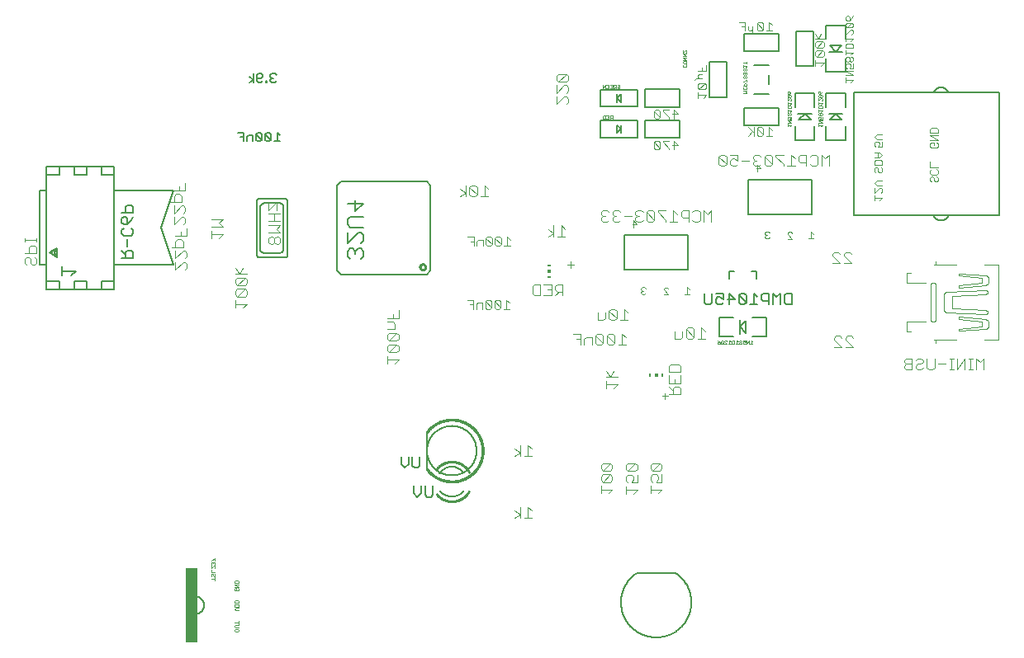
<source format=gbo>
G75*
%MOIN*%
%OFA0B0*%
%FSLAX25Y25*%
%IPPOS*%
%LPD*%
%AMOC8*
5,1,8,0,0,1.08239X$1,22.5*
%
%ADD10C,0.00400*%
%ADD11C,0.00300*%
%ADD12C,0.00800*%
%ADD13C,0.01000*%
%ADD14C,0.00600*%
%ADD15C,0.00500*%
%ADD16R,0.00591X0.01181*%
%ADD17R,0.01181X0.01181*%
%ADD18C,0.00200*%
%ADD19R,0.01181X0.00591*%
%ADD20C,0.00100*%
%ADD21R,0.05000X0.30000*%
%ADD22R,0.01000X0.02000*%
%ADD23R,0.00500X0.01500*%
%ADD24R,0.01000X0.01000*%
D10*
X0200894Y0084500D02*
X0203196Y0086035D01*
X0200894Y0087569D01*
X0203196Y0089104D02*
X0203196Y0084500D01*
X0204731Y0084500D02*
X0207800Y0084500D01*
X0206265Y0084500D02*
X0206265Y0089104D01*
X0207800Y0087569D01*
X0235700Y0094500D02*
X0235700Y0097569D01*
X0235700Y0096035D02*
X0240304Y0096035D01*
X0238769Y0094500D01*
X0239537Y0099104D02*
X0236467Y0099104D01*
X0239537Y0102173D01*
X0236467Y0102173D01*
X0235700Y0101406D01*
X0235700Y0099871D01*
X0236467Y0099104D01*
X0239537Y0099104D02*
X0240304Y0099871D01*
X0240304Y0101406D01*
X0239537Y0102173D01*
X0239537Y0103708D02*
X0236467Y0103708D01*
X0239537Y0106777D01*
X0236467Y0106777D01*
X0235700Y0106010D01*
X0235700Y0104475D01*
X0236467Y0103708D01*
X0239537Y0103708D02*
X0240304Y0104475D01*
X0240304Y0106010D01*
X0239537Y0106777D01*
X0245725Y0105823D02*
X0245725Y0104288D01*
X0246492Y0103521D01*
X0249562Y0106590D01*
X0246492Y0106590D01*
X0245725Y0105823D01*
X0246492Y0103521D02*
X0249562Y0103521D01*
X0250329Y0104288D01*
X0250329Y0105823D01*
X0249562Y0106590D01*
X0250329Y0101986D02*
X0250329Y0098917D01*
X0248027Y0098917D01*
X0248794Y0100452D01*
X0248794Y0101219D01*
X0248027Y0101986D01*
X0246492Y0101986D01*
X0245725Y0101219D01*
X0245725Y0099684D01*
X0246492Y0098917D01*
X0245725Y0097382D02*
X0245725Y0094313D01*
X0245725Y0095848D02*
X0250329Y0095848D01*
X0248794Y0094313D01*
X0255700Y0094500D02*
X0255700Y0097569D01*
X0255700Y0096035D02*
X0260304Y0096035D01*
X0258769Y0094500D01*
X0258002Y0099104D02*
X0258769Y0100639D01*
X0258769Y0101406D01*
X0258002Y0102173D01*
X0256467Y0102173D01*
X0255700Y0101406D01*
X0255700Y0099871D01*
X0256467Y0099104D01*
X0258002Y0099104D02*
X0260304Y0099104D01*
X0260304Y0102173D01*
X0259537Y0103708D02*
X0256467Y0103708D01*
X0259537Y0106777D01*
X0256467Y0106777D01*
X0255700Y0106010D01*
X0255700Y0104475D01*
X0256467Y0103708D01*
X0259537Y0103708D02*
X0260304Y0104475D01*
X0260304Y0106010D01*
X0259537Y0106777D01*
X0263200Y0134500D02*
X0267804Y0134500D01*
X0267804Y0136802D01*
X0267037Y0137569D01*
X0265502Y0137569D01*
X0264735Y0136802D01*
X0264735Y0134500D01*
X0264735Y0136035D02*
X0263200Y0137569D01*
X0263200Y0139104D02*
X0263200Y0142173D01*
X0263200Y0143708D02*
X0263200Y0146010D01*
X0263967Y0146777D01*
X0267037Y0146777D01*
X0267804Y0146010D01*
X0267804Y0143708D01*
X0263200Y0143708D01*
X0265502Y0140639D02*
X0265502Y0139104D01*
X0267804Y0139104D02*
X0263200Y0139104D01*
X0267804Y0139104D02*
X0267804Y0142173D01*
X0267825Y0157000D02*
X0265523Y0157000D01*
X0265523Y0160069D01*
X0268592Y0160069D02*
X0268592Y0157767D01*
X0267825Y0157000D01*
X0270127Y0157767D02*
X0270894Y0157000D01*
X0272429Y0157000D01*
X0273196Y0157767D01*
X0270127Y0160837D01*
X0270127Y0157767D01*
X0273196Y0157767D02*
X0273196Y0160837D01*
X0272429Y0161604D01*
X0270894Y0161604D01*
X0270127Y0160837D01*
X0274731Y0157000D02*
X0277800Y0157000D01*
X0276265Y0157000D02*
X0276265Y0161604D01*
X0277800Y0160069D01*
X0271393Y0175000D02*
X0269525Y0175000D01*
X0270459Y0175000D02*
X0270459Y0177802D01*
X0271393Y0176868D01*
X0262881Y0177298D02*
X0262414Y0177765D01*
X0261480Y0177765D01*
X0261013Y0177298D01*
X0261013Y0176831D01*
X0262881Y0174963D01*
X0261013Y0174963D01*
X0253781Y0175467D02*
X0253314Y0175000D01*
X0252380Y0175000D01*
X0251913Y0175467D01*
X0251913Y0175934D01*
X0252380Y0176401D01*
X0252847Y0176401D01*
X0252380Y0176401D02*
X0251913Y0176868D01*
X0251913Y0177335D01*
X0252380Y0177802D01*
X0253314Y0177802D01*
X0253781Y0177335D01*
X0245077Y0169104D02*
X0245077Y0164500D01*
X0243543Y0164500D02*
X0246612Y0164500D01*
X0246612Y0167569D02*
X0245077Y0169104D01*
X0242008Y0168337D02*
X0242008Y0165267D01*
X0238939Y0168337D01*
X0238939Y0165267D01*
X0239706Y0164500D01*
X0241241Y0164500D01*
X0242008Y0165267D01*
X0242008Y0168337D02*
X0241241Y0169104D01*
X0239706Y0169104D01*
X0238939Y0168337D01*
X0237404Y0167569D02*
X0237404Y0165267D01*
X0236637Y0164500D01*
X0234335Y0164500D01*
X0234335Y0167569D01*
X0234310Y0159104D02*
X0233543Y0158337D01*
X0236612Y0155267D01*
X0235845Y0154500D01*
X0234310Y0154500D01*
X0233543Y0155267D01*
X0233543Y0158337D01*
X0234310Y0159104D02*
X0235845Y0159104D01*
X0236612Y0158337D01*
X0236612Y0155267D01*
X0238146Y0155267D02*
X0238914Y0154500D01*
X0240448Y0154500D01*
X0241216Y0155267D01*
X0238146Y0158337D01*
X0238146Y0155267D01*
X0238146Y0158337D02*
X0238914Y0159104D01*
X0240448Y0159104D01*
X0241216Y0158337D01*
X0241216Y0155267D01*
X0242750Y0154500D02*
X0245820Y0154500D01*
X0244285Y0154500D02*
X0244285Y0159104D01*
X0245820Y0157569D01*
X0232008Y0157569D02*
X0232008Y0154500D01*
X0232008Y0157569D02*
X0229706Y0157569D01*
X0228939Y0156802D01*
X0228939Y0154500D01*
X0227404Y0154500D02*
X0227404Y0159104D01*
X0224335Y0159104D01*
X0225869Y0156802D02*
X0227404Y0156802D01*
X0237807Y0143884D02*
X0239342Y0141582D01*
X0240877Y0143884D01*
X0242411Y0141582D02*
X0237807Y0141582D01*
X0237807Y0140047D02*
X0237807Y0136978D01*
X0237807Y0138513D02*
X0242411Y0138513D01*
X0240877Y0136978D01*
X0207800Y0112569D02*
X0206265Y0114104D01*
X0206265Y0109500D01*
X0204731Y0109500D02*
X0207800Y0109500D01*
X0203196Y0109500D02*
X0203196Y0114104D01*
X0200894Y0112569D02*
X0203196Y0111035D01*
X0200894Y0109500D01*
X0154054Y0148535D02*
X0149450Y0148535D01*
X0149450Y0150069D02*
X0149450Y0147000D01*
X0152519Y0147000D02*
X0154054Y0148535D01*
X0153287Y0151604D02*
X0150217Y0151604D01*
X0153287Y0154673D01*
X0150217Y0154673D01*
X0149450Y0153906D01*
X0149450Y0152371D01*
X0150217Y0151604D01*
X0153287Y0151604D02*
X0154054Y0152371D01*
X0154054Y0153906D01*
X0153287Y0154673D01*
X0153287Y0156208D02*
X0150217Y0156208D01*
X0153287Y0159277D01*
X0150217Y0159277D01*
X0149450Y0158510D01*
X0149450Y0156975D01*
X0150217Y0156208D01*
X0153287Y0156208D02*
X0154054Y0156975D01*
X0154054Y0158510D01*
X0153287Y0159277D01*
X0152519Y0160812D02*
X0152519Y0163114D01*
X0151752Y0163881D01*
X0149450Y0163881D01*
X0149450Y0165416D02*
X0154054Y0165416D01*
X0154054Y0168485D01*
X0151752Y0166950D02*
X0151752Y0165416D01*
X0152519Y0160812D02*
X0149450Y0160812D01*
X0106219Y0196031D02*
X0106219Y0197566D01*
X0105451Y0198333D01*
X0104684Y0198333D01*
X0103917Y0197566D01*
X0103917Y0196031D01*
X0104684Y0195264D01*
X0105451Y0195264D01*
X0106219Y0196031D01*
X0103917Y0196031D02*
X0103149Y0195264D01*
X0102382Y0195264D01*
X0101615Y0196031D01*
X0101615Y0197566D01*
X0102382Y0198333D01*
X0103149Y0198333D01*
X0103917Y0197566D01*
X0101615Y0199868D02*
X0106219Y0199868D01*
X0104684Y0201402D01*
X0106219Y0202937D01*
X0101615Y0202937D01*
X0101615Y0204472D02*
X0106219Y0204472D01*
X0103917Y0204472D02*
X0103917Y0207541D01*
X0104684Y0209075D02*
X0104684Y0212145D01*
X0101615Y0209075D01*
X0101615Y0212145D01*
X0101615Y0207541D02*
X0106219Y0207541D01*
X0083059Y0205335D02*
X0078455Y0205335D01*
X0078455Y0202266D02*
X0083059Y0202266D01*
X0081525Y0203801D01*
X0083059Y0205335D01*
X0078455Y0200731D02*
X0078455Y0197662D01*
X0078455Y0199197D02*
X0083059Y0199197D01*
X0081525Y0197662D01*
X0068527Y0198674D02*
X0068527Y0201743D01*
X0067169Y0203188D02*
X0067936Y0203955D01*
X0067936Y0205490D01*
X0067169Y0206257D01*
X0066402Y0206257D01*
X0063332Y0203188D01*
X0063332Y0206257D01*
X0063332Y0207792D02*
X0066402Y0210861D01*
X0067169Y0210861D01*
X0067936Y0210094D01*
X0067936Y0208559D01*
X0067169Y0207792D01*
X0063332Y0207792D02*
X0063332Y0210861D01*
X0063332Y0212396D02*
X0063332Y0214698D01*
X0064100Y0215465D01*
X0065634Y0215465D01*
X0066402Y0214698D01*
X0066402Y0212396D01*
X0061798Y0212396D01*
X0063332Y0217000D02*
X0067936Y0217000D01*
X0067936Y0220069D01*
X0065634Y0218534D02*
X0065634Y0217000D01*
X0066225Y0200209D02*
X0066225Y0198674D01*
X0066225Y0197139D02*
X0064691Y0197139D01*
X0063923Y0196372D01*
X0063923Y0194070D01*
X0062389Y0194070D02*
X0066993Y0194070D01*
X0066993Y0196372D01*
X0066225Y0197139D01*
X0063923Y0198674D02*
X0068527Y0198674D01*
X0067760Y0192535D02*
X0066993Y0192535D01*
X0063923Y0189466D01*
X0063923Y0192535D01*
X0067760Y0192535D02*
X0068527Y0191768D01*
X0068527Y0190233D01*
X0067760Y0189466D01*
X0067760Y0187932D02*
X0068527Y0187164D01*
X0068527Y0185630D01*
X0067760Y0184862D01*
X0066993Y0187932D02*
X0063923Y0184862D01*
X0063923Y0187932D01*
X0066993Y0187932D02*
X0067760Y0187932D01*
X0088200Y0185614D02*
X0089735Y0183312D01*
X0091269Y0185614D01*
X0092804Y0183312D02*
X0088200Y0183312D01*
X0088967Y0181777D02*
X0088200Y0181010D01*
X0088200Y0179475D01*
X0088967Y0178708D01*
X0092037Y0181777D01*
X0088967Y0181777D01*
X0088967Y0178708D02*
X0092037Y0178708D01*
X0092804Y0179475D01*
X0092804Y0181010D01*
X0092037Y0181777D01*
X0092037Y0177173D02*
X0088967Y0177173D01*
X0088200Y0176406D01*
X0088200Y0174871D01*
X0088967Y0174104D01*
X0092037Y0177173D01*
X0092804Y0176406D01*
X0092804Y0174871D01*
X0092037Y0174104D01*
X0088967Y0174104D01*
X0088200Y0172569D02*
X0088200Y0169500D01*
X0088200Y0171035D02*
X0092804Y0171035D01*
X0091269Y0169500D01*
X0007804Y0187767D02*
X0007037Y0187000D01*
X0006269Y0187000D01*
X0005502Y0187767D01*
X0005502Y0189302D01*
X0004735Y0190069D01*
X0003967Y0190069D01*
X0003200Y0189302D01*
X0003200Y0187767D01*
X0003967Y0187000D01*
X0007804Y0187767D02*
X0007804Y0189302D01*
X0007037Y0190069D01*
X0007804Y0191604D02*
X0003200Y0191604D01*
X0004735Y0191604D02*
X0004735Y0193906D01*
X0005502Y0194673D01*
X0007037Y0194673D01*
X0007804Y0193906D01*
X0007804Y0191604D01*
X0007804Y0196208D02*
X0007804Y0197742D01*
X0007804Y0196975D02*
X0003200Y0196975D01*
X0003200Y0196208D02*
X0003200Y0197742D01*
X0178790Y0214500D02*
X0181092Y0216035D01*
X0178790Y0217569D01*
X0181092Y0219104D02*
X0181092Y0214500D01*
X0182627Y0215267D02*
X0183394Y0214500D01*
X0184929Y0214500D01*
X0185696Y0215267D01*
X0182627Y0218337D01*
X0182627Y0215267D01*
X0185696Y0215267D02*
X0185696Y0218337D01*
X0184929Y0219104D01*
X0183394Y0219104D01*
X0182627Y0218337D01*
X0187231Y0214500D02*
X0190300Y0214500D01*
X0188765Y0214500D02*
X0188765Y0219104D01*
X0190300Y0217569D01*
X0214335Y0201269D02*
X0216637Y0199735D01*
X0214335Y0198200D01*
X0216637Y0198200D02*
X0216637Y0202804D01*
X0219706Y0202804D02*
X0221241Y0201269D01*
X0219706Y0202804D02*
X0219706Y0198200D01*
X0221241Y0198200D02*
X0218171Y0198200D01*
X0235795Y0205067D02*
X0236563Y0204300D01*
X0238097Y0204300D01*
X0238865Y0205067D01*
X0240399Y0205067D02*
X0241167Y0204300D01*
X0242701Y0204300D01*
X0243469Y0205067D01*
X0245003Y0206602D02*
X0248073Y0206602D01*
X0249607Y0207369D02*
X0250374Y0206602D01*
X0249607Y0205835D01*
X0249607Y0205067D01*
X0250374Y0204300D01*
X0251909Y0204300D01*
X0252676Y0205067D01*
X0254211Y0205067D02*
X0254978Y0204300D01*
X0256513Y0204300D01*
X0257280Y0205067D01*
X0254211Y0208137D01*
X0254211Y0205067D01*
X0257280Y0205067D02*
X0257280Y0208137D01*
X0256513Y0208904D01*
X0254978Y0208904D01*
X0254211Y0208137D01*
X0252676Y0208137D02*
X0251909Y0208904D01*
X0250374Y0208904D01*
X0249607Y0208137D01*
X0249607Y0207369D01*
X0250374Y0206602D02*
X0251142Y0206602D01*
X0248899Y0204802D02*
X0250300Y0203401D01*
X0248432Y0203401D01*
X0248899Y0202000D02*
X0248899Y0204802D01*
X0243469Y0208137D02*
X0242701Y0208904D01*
X0241167Y0208904D01*
X0240399Y0208137D01*
X0240399Y0207369D01*
X0241167Y0206602D01*
X0240399Y0205835D01*
X0240399Y0205067D01*
X0241167Y0206602D02*
X0241934Y0206602D01*
X0238865Y0208137D02*
X0238097Y0208904D01*
X0236563Y0208904D01*
X0235795Y0208137D01*
X0235795Y0207369D01*
X0236563Y0206602D01*
X0235795Y0205835D01*
X0235795Y0205067D01*
X0236563Y0206602D02*
X0237330Y0206602D01*
X0258815Y0208137D02*
X0261884Y0205067D01*
X0261884Y0204300D01*
X0263419Y0204300D02*
X0266488Y0204300D01*
X0264954Y0204300D02*
X0264954Y0208904D01*
X0266488Y0207369D01*
X0268023Y0206602D02*
X0268790Y0205835D01*
X0271092Y0205835D01*
X0271092Y0204300D02*
X0271092Y0208904D01*
X0268790Y0208904D01*
X0268023Y0208137D01*
X0268023Y0206602D01*
X0272627Y0208137D02*
X0273394Y0208904D01*
X0274929Y0208904D01*
X0275696Y0208137D01*
X0275696Y0205067D01*
X0274929Y0204300D01*
X0273394Y0204300D01*
X0272627Y0205067D01*
X0277231Y0204300D02*
X0277231Y0208904D01*
X0278765Y0207369D01*
X0280300Y0208904D01*
X0280300Y0204300D01*
X0261884Y0208904D02*
X0258815Y0208904D01*
X0258815Y0208137D01*
X0283295Y0227567D02*
X0284063Y0226800D01*
X0285597Y0226800D01*
X0286365Y0227567D01*
X0283295Y0230637D01*
X0283295Y0227567D01*
X0283295Y0230637D02*
X0284063Y0231404D01*
X0285597Y0231404D01*
X0286365Y0230637D01*
X0286365Y0227567D01*
X0287899Y0227567D02*
X0287899Y0229102D01*
X0288667Y0229869D01*
X0289434Y0229869D01*
X0290969Y0229102D01*
X0290969Y0231404D01*
X0287899Y0231404D01*
X0287899Y0227567D02*
X0288667Y0226800D01*
X0290201Y0226800D01*
X0290969Y0227567D01*
X0292503Y0229102D02*
X0295573Y0229102D01*
X0297107Y0229869D02*
X0297874Y0229102D01*
X0297107Y0228335D01*
X0297107Y0227567D01*
X0297874Y0226800D01*
X0299409Y0226800D01*
X0300176Y0227567D01*
X0298899Y0227302D02*
X0300300Y0225901D01*
X0298432Y0225901D01*
X0298899Y0224500D02*
X0298899Y0227302D01*
X0298642Y0229102D02*
X0297874Y0229102D01*
X0297107Y0229869D02*
X0297107Y0230637D01*
X0297874Y0231404D01*
X0299409Y0231404D01*
X0300176Y0230637D01*
X0301711Y0230637D02*
X0304780Y0227567D01*
X0304013Y0226800D01*
X0302478Y0226800D01*
X0301711Y0227567D01*
X0301711Y0230637D01*
X0302478Y0231404D01*
X0304013Y0231404D01*
X0304780Y0230637D01*
X0304780Y0227567D01*
X0306315Y0230637D02*
X0309384Y0227567D01*
X0309384Y0226800D01*
X0310919Y0226800D02*
X0313988Y0226800D01*
X0312454Y0226800D02*
X0312454Y0231404D01*
X0313988Y0229869D01*
X0315523Y0229102D02*
X0316290Y0228335D01*
X0318592Y0228335D01*
X0318592Y0226800D02*
X0318592Y0231404D01*
X0316290Y0231404D01*
X0315523Y0230637D01*
X0315523Y0229102D01*
X0320127Y0230637D02*
X0320894Y0231404D01*
X0322429Y0231404D01*
X0323196Y0230637D01*
X0323196Y0227567D01*
X0322429Y0226800D01*
X0320894Y0226800D01*
X0320127Y0227567D01*
X0324731Y0226800D02*
X0324731Y0231404D01*
X0326265Y0229869D01*
X0327800Y0231404D01*
X0327800Y0226800D01*
X0309384Y0231404D02*
X0306315Y0231404D01*
X0306315Y0230637D01*
X0304800Y0239000D02*
X0302398Y0239000D01*
X0303599Y0239000D02*
X0303599Y0242603D01*
X0304800Y0241402D01*
X0301117Y0242003D02*
X0301117Y0239601D01*
X0298715Y0242003D01*
X0298715Y0239601D01*
X0299315Y0239000D01*
X0300516Y0239000D01*
X0301117Y0239601D01*
X0301117Y0242003D02*
X0300516Y0242603D01*
X0299315Y0242603D01*
X0298715Y0242003D01*
X0297434Y0242603D02*
X0297434Y0239000D01*
X0297434Y0240201D02*
X0295032Y0242603D01*
X0296833Y0240802D02*
X0295032Y0239000D01*
X0278303Y0255468D02*
X0277102Y0254267D01*
X0278303Y0255468D02*
X0274700Y0255468D01*
X0274700Y0254267D02*
X0274700Y0256669D01*
X0275301Y0257951D02*
X0277703Y0260353D01*
X0275301Y0260353D01*
X0274700Y0259752D01*
X0274700Y0258551D01*
X0275301Y0257951D01*
X0277703Y0257951D01*
X0278303Y0258551D01*
X0278303Y0259752D01*
X0277703Y0260353D01*
X0276502Y0262234D02*
X0275301Y0262234D01*
X0274099Y0262234D01*
X0273499Y0261634D01*
X0274700Y0262835D02*
X0274700Y0263435D01*
X0275301Y0264036D01*
X0276502Y0264036D01*
X0276502Y0265317D02*
X0276502Y0266518D01*
X0278303Y0265317D02*
X0278303Y0267719D01*
X0278303Y0265317D02*
X0274700Y0265317D01*
X0274700Y0262835D02*
X0275301Y0262234D01*
X0265048Y0249603D02*
X0266849Y0247802D01*
X0264447Y0247802D01*
X0263166Y0246601D02*
X0263166Y0246000D01*
X0263166Y0246601D02*
X0260764Y0249003D01*
X0260764Y0249603D01*
X0263166Y0249603D01*
X0265048Y0249603D02*
X0265048Y0246000D01*
X0259483Y0246601D02*
X0259483Y0249003D01*
X0258883Y0249603D01*
X0257682Y0249603D01*
X0257081Y0249003D01*
X0259483Y0246601D01*
X0258883Y0246000D01*
X0257682Y0246000D01*
X0257081Y0246601D01*
X0257081Y0249003D01*
X0257682Y0237103D02*
X0257081Y0236503D01*
X0259483Y0234101D01*
X0258883Y0233500D01*
X0257682Y0233500D01*
X0257081Y0234101D01*
X0257081Y0236503D01*
X0257682Y0237103D02*
X0258883Y0237103D01*
X0259483Y0236503D01*
X0259483Y0234101D01*
X0260764Y0236503D02*
X0263166Y0234101D01*
X0263166Y0233500D01*
X0265048Y0233500D02*
X0265048Y0237103D01*
X0266849Y0235302D01*
X0264447Y0235302D01*
X0263166Y0237103D02*
X0260764Y0237103D01*
X0260764Y0236503D01*
X0222426Y0252588D02*
X0221659Y0251820D01*
X0222426Y0252588D02*
X0222426Y0254122D01*
X0221659Y0254889D01*
X0220891Y0254889D01*
X0217822Y0251820D01*
X0217822Y0254889D01*
X0217822Y0256424D02*
X0220891Y0259493D01*
X0221659Y0259493D01*
X0222426Y0258726D01*
X0222426Y0257191D01*
X0221659Y0256424D01*
X0217822Y0256424D02*
X0217822Y0259493D01*
X0218589Y0261028D02*
X0221659Y0264097D01*
X0218589Y0264097D01*
X0217822Y0263330D01*
X0217822Y0261795D01*
X0218589Y0261028D01*
X0221659Y0261028D01*
X0222426Y0261795D01*
X0222426Y0263330D01*
X0221659Y0264097D01*
X0291349Y0285103D02*
X0293751Y0285103D01*
X0293751Y0281500D01*
X0295032Y0282101D02*
X0295032Y0283302D01*
X0295032Y0282101D02*
X0295632Y0281500D01*
X0296233Y0281500D01*
X0296833Y0282101D01*
X0296833Y0280899D01*
X0297434Y0280299D01*
X0296833Y0282101D02*
X0296833Y0283302D01*
X0298715Y0284503D02*
X0299315Y0285103D01*
X0300516Y0285103D01*
X0301117Y0284503D01*
X0301117Y0282101D01*
X0298715Y0284503D01*
X0298715Y0282101D01*
X0299315Y0281500D01*
X0300516Y0281500D01*
X0301117Y0282101D01*
X0302398Y0281500D02*
X0304800Y0281500D01*
X0303599Y0281500D02*
X0303599Y0285103D01*
X0304800Y0283902D01*
X0293751Y0283302D02*
X0292550Y0283302D01*
X0322200Y0280232D02*
X0323401Y0278431D01*
X0324602Y0280232D01*
X0325803Y0278431D02*
X0322200Y0278431D01*
X0322801Y0277150D02*
X0322200Y0276549D01*
X0322200Y0275348D01*
X0322801Y0274748D01*
X0325203Y0277150D01*
X0322801Y0277150D01*
X0325203Y0277150D02*
X0325803Y0276549D01*
X0325803Y0275348D01*
X0325203Y0274748D01*
X0322801Y0274748D01*
X0322801Y0273466D02*
X0322200Y0272866D01*
X0322200Y0271665D01*
X0322801Y0271064D01*
X0325203Y0273466D01*
X0322801Y0273466D01*
X0325203Y0273466D02*
X0325803Y0272866D01*
X0325803Y0271665D01*
X0325203Y0271064D01*
X0322801Y0271064D01*
X0322200Y0269783D02*
X0322200Y0267381D01*
X0322200Y0268582D02*
X0325803Y0268582D01*
X0324602Y0267381D01*
X0320459Y0200302D02*
X0320459Y0197500D01*
X0321393Y0197500D02*
X0319525Y0197500D01*
X0321393Y0199368D02*
X0320459Y0200302D01*
X0312881Y0199798D02*
X0312414Y0200265D01*
X0311480Y0200265D01*
X0311013Y0199798D01*
X0311013Y0199331D01*
X0312881Y0197463D01*
X0311013Y0197463D01*
X0303781Y0197967D02*
X0303314Y0197500D01*
X0302380Y0197500D01*
X0301913Y0197967D01*
X0301913Y0198434D01*
X0302380Y0198901D01*
X0302847Y0198901D01*
X0302380Y0198901D02*
X0301913Y0199368D01*
X0301913Y0199835D01*
X0302380Y0200302D01*
X0303314Y0200302D01*
X0303781Y0199835D01*
X0329191Y0191348D02*
X0329191Y0190581D01*
X0332260Y0187511D01*
X0329191Y0187511D01*
X0333795Y0187511D02*
X0336864Y0187511D01*
X0333795Y0190581D01*
X0333795Y0191348D01*
X0334562Y0192115D01*
X0336096Y0192115D01*
X0336864Y0191348D01*
X0332260Y0191348D02*
X0331493Y0192115D01*
X0329958Y0192115D01*
X0329191Y0191348D01*
X0359306Y0183654D02*
X0359306Y0179771D01*
X0359511Y0179772D02*
X0366869Y0179772D01*
X0368913Y0178954D02*
X0368913Y0164647D01*
X0368915Y0164592D01*
X0368921Y0164536D01*
X0368930Y0164481D01*
X0368943Y0164427D01*
X0368960Y0164374D01*
X0368981Y0164322D01*
X0369005Y0164271D01*
X0369032Y0164223D01*
X0369062Y0164176D01*
X0369096Y0164131D01*
X0369133Y0164089D01*
X0369172Y0164050D01*
X0369214Y0164013D01*
X0369259Y0163979D01*
X0369306Y0163949D01*
X0369354Y0163922D01*
X0369405Y0163898D01*
X0369457Y0163877D01*
X0369510Y0163860D01*
X0369564Y0163847D01*
X0369619Y0163838D01*
X0369675Y0163832D01*
X0369730Y0163830D01*
X0369731Y0163830D02*
X0369793Y0163832D01*
X0369854Y0163838D01*
X0369915Y0163847D01*
X0369976Y0163860D01*
X0370035Y0163877D01*
X0370093Y0163897D01*
X0370150Y0163920D01*
X0370206Y0163947D01*
X0370260Y0163978D01*
X0370311Y0164011D01*
X0370361Y0164048D01*
X0370408Y0164087D01*
X0370453Y0164130D01*
X0370496Y0164175D01*
X0370535Y0164222D01*
X0370572Y0164272D01*
X0370605Y0164323D01*
X0370636Y0164377D01*
X0370663Y0164433D01*
X0370686Y0164490D01*
X0370706Y0164548D01*
X0370723Y0164607D01*
X0370736Y0164668D01*
X0370745Y0164729D01*
X0370751Y0164790D01*
X0370753Y0164852D01*
X0370752Y0164851D02*
X0370752Y0178749D01*
X0370750Y0178811D01*
X0370745Y0178873D01*
X0370735Y0178934D01*
X0370722Y0178994D01*
X0370706Y0179053D01*
X0370686Y0179112D01*
X0370662Y0179169D01*
X0370635Y0179224D01*
X0370605Y0179278D01*
X0370571Y0179330D01*
X0370534Y0179379D01*
X0370495Y0179427D01*
X0370453Y0179472D01*
X0370408Y0179514D01*
X0370360Y0179553D01*
X0370311Y0179590D01*
X0370259Y0179624D01*
X0370205Y0179654D01*
X0370150Y0179681D01*
X0370093Y0179705D01*
X0370034Y0179725D01*
X0369975Y0179741D01*
X0369915Y0179754D01*
X0369854Y0179764D01*
X0369792Y0179769D01*
X0369730Y0179771D01*
X0369731Y0179771D01*
X0369730Y0179771D02*
X0369675Y0179769D01*
X0369619Y0179763D01*
X0369564Y0179754D01*
X0369510Y0179741D01*
X0369457Y0179724D01*
X0369405Y0179703D01*
X0369354Y0179679D01*
X0369306Y0179652D01*
X0369259Y0179622D01*
X0369214Y0179588D01*
X0369172Y0179551D01*
X0369133Y0179512D01*
X0369096Y0179470D01*
X0369062Y0179425D01*
X0369032Y0179378D01*
X0369005Y0179330D01*
X0368981Y0179279D01*
X0368960Y0179227D01*
X0368943Y0179174D01*
X0368930Y0179120D01*
X0368921Y0179065D01*
X0368915Y0179009D01*
X0368913Y0178954D01*
X0374227Y0175070D02*
X0374227Y0168531D01*
X0374232Y0168474D01*
X0374241Y0168417D01*
X0374254Y0168361D01*
X0374270Y0168305D01*
X0374290Y0168251D01*
X0374313Y0168199D01*
X0374340Y0168148D01*
X0374370Y0168099D01*
X0374404Y0168052D01*
X0374440Y0168008D01*
X0374479Y0167966D01*
X0374521Y0167926D01*
X0374566Y0167890D01*
X0374613Y0167857D01*
X0374662Y0167826D01*
X0374713Y0167800D01*
X0374765Y0167776D01*
X0374819Y0167756D01*
X0374874Y0167740D01*
X0374930Y0167727D01*
X0374987Y0167718D01*
X0375044Y0167713D01*
X0390986Y0166896D01*
X0391042Y0166898D01*
X0391097Y0166904D01*
X0391152Y0166913D01*
X0391206Y0166926D01*
X0391260Y0166943D01*
X0391311Y0166964D01*
X0391362Y0166988D01*
X0391411Y0167015D01*
X0391457Y0167046D01*
X0391502Y0167079D01*
X0391544Y0167116D01*
X0391583Y0167155D01*
X0391620Y0167197D01*
X0391653Y0167242D01*
X0391684Y0167288D01*
X0391711Y0167337D01*
X0391735Y0167388D01*
X0391756Y0167439D01*
X0391773Y0167493D01*
X0391786Y0167547D01*
X0391795Y0167602D01*
X0391801Y0167657D01*
X0391803Y0167713D01*
X0391801Y0167769D01*
X0391795Y0167824D01*
X0391786Y0167879D01*
X0391773Y0167933D01*
X0391756Y0167987D01*
X0391735Y0168038D01*
X0391711Y0168089D01*
X0391684Y0168138D01*
X0391653Y0168184D01*
X0391620Y0168229D01*
X0391583Y0168271D01*
X0391544Y0168310D01*
X0391502Y0168347D01*
X0391457Y0168380D01*
X0391411Y0168411D01*
X0391362Y0168438D01*
X0391311Y0168462D01*
X0391260Y0168483D01*
X0391206Y0168500D01*
X0391152Y0168513D01*
X0391097Y0168522D01*
X0391042Y0168528D01*
X0390986Y0168530D01*
X0390986Y0168531D02*
X0377497Y0169348D01*
X0377497Y0174254D01*
X0377497Y0174253D02*
X0390986Y0175070D01*
X0391042Y0175072D01*
X0391097Y0175078D01*
X0391152Y0175087D01*
X0391206Y0175100D01*
X0391260Y0175117D01*
X0391311Y0175138D01*
X0391362Y0175162D01*
X0391411Y0175189D01*
X0391457Y0175220D01*
X0391502Y0175253D01*
X0391544Y0175290D01*
X0391583Y0175329D01*
X0391620Y0175371D01*
X0391653Y0175416D01*
X0391684Y0175462D01*
X0391711Y0175511D01*
X0391735Y0175562D01*
X0391756Y0175613D01*
X0391773Y0175667D01*
X0391786Y0175721D01*
X0391795Y0175776D01*
X0391801Y0175831D01*
X0391803Y0175887D01*
X0391804Y0175888D02*
X0391804Y0175887D01*
X0391803Y0175888D02*
X0391801Y0175944D01*
X0391795Y0175999D01*
X0391786Y0176054D01*
X0391773Y0176108D01*
X0391756Y0176162D01*
X0391735Y0176213D01*
X0391711Y0176264D01*
X0391684Y0176313D01*
X0391653Y0176359D01*
X0391620Y0176404D01*
X0391583Y0176446D01*
X0391544Y0176485D01*
X0391502Y0176522D01*
X0391457Y0176555D01*
X0391411Y0176586D01*
X0391362Y0176613D01*
X0391311Y0176637D01*
X0391260Y0176658D01*
X0391206Y0176675D01*
X0391152Y0176688D01*
X0391097Y0176697D01*
X0391042Y0176703D01*
X0390986Y0176705D01*
X0375044Y0175888D01*
X0374986Y0175883D01*
X0374930Y0175874D01*
X0374873Y0175861D01*
X0374818Y0175845D01*
X0374764Y0175825D01*
X0374712Y0175802D01*
X0374661Y0175775D01*
X0374612Y0175744D01*
X0374565Y0175711D01*
X0374521Y0175675D01*
X0374478Y0175635D01*
X0374439Y0175593D01*
X0374403Y0175549D01*
X0374369Y0175502D01*
X0374339Y0175453D01*
X0374312Y0175402D01*
X0374289Y0175349D01*
X0374269Y0175295D01*
X0374253Y0175240D01*
X0374240Y0175184D01*
X0374231Y0175127D01*
X0374226Y0175070D01*
X0380154Y0177727D02*
X0380154Y0178545D01*
X0389556Y0179567D01*
X0389556Y0181611D01*
X0380154Y0182632D01*
X0380154Y0183450D01*
X0390986Y0182632D01*
X0391052Y0182625D01*
X0391117Y0182614D01*
X0391182Y0182600D01*
X0391245Y0182582D01*
X0391308Y0182560D01*
X0391369Y0182535D01*
X0391429Y0182507D01*
X0391487Y0182475D01*
X0391543Y0182439D01*
X0391597Y0182401D01*
X0391648Y0182360D01*
X0391697Y0182316D01*
X0391744Y0182269D01*
X0391788Y0182219D01*
X0391829Y0182167D01*
X0391867Y0182113D01*
X0391902Y0182057D01*
X0391933Y0181999D01*
X0391961Y0181939D01*
X0391986Y0181877D01*
X0392007Y0181815D01*
X0392007Y0179566D02*
X0391986Y0179504D01*
X0391961Y0179442D01*
X0391933Y0179382D01*
X0391902Y0179324D01*
X0391867Y0179268D01*
X0391829Y0179214D01*
X0391788Y0179162D01*
X0391744Y0179112D01*
X0391697Y0179065D01*
X0391648Y0179021D01*
X0391597Y0178980D01*
X0391543Y0178942D01*
X0391487Y0178906D01*
X0391429Y0178874D01*
X0391369Y0178846D01*
X0391308Y0178821D01*
X0391245Y0178799D01*
X0391182Y0178781D01*
X0391117Y0178767D01*
X0391052Y0178756D01*
X0390986Y0178749D01*
X0380154Y0177727D01*
X0392007Y0179567D02*
X0392041Y0179682D01*
X0392071Y0179799D01*
X0392097Y0179916D01*
X0392119Y0180034D01*
X0392138Y0180152D01*
X0392153Y0180272D01*
X0392164Y0180391D01*
X0392172Y0180511D01*
X0392176Y0180631D01*
X0392176Y0180751D01*
X0392172Y0180871D01*
X0392164Y0180991D01*
X0392153Y0181110D01*
X0392138Y0181230D01*
X0392119Y0181348D01*
X0392097Y0181466D01*
X0392071Y0181583D01*
X0392041Y0181700D01*
X0392007Y0181815D01*
X0390381Y0186924D02*
X0396300Y0186924D01*
X0396300Y0156676D01*
X0396300Y0156676D01*
X0390380Y0156676D01*
X0390986Y0160969D02*
X0380154Y0160151D01*
X0380154Y0160969D01*
X0389556Y0161990D01*
X0389556Y0164034D01*
X0380154Y0165056D01*
X0380154Y0165874D01*
X0390986Y0164852D01*
X0390986Y0164851D02*
X0391052Y0164844D01*
X0391117Y0164833D01*
X0391182Y0164819D01*
X0391245Y0164801D01*
X0391308Y0164779D01*
X0391369Y0164754D01*
X0391429Y0164726D01*
X0391487Y0164694D01*
X0391543Y0164658D01*
X0391597Y0164620D01*
X0391648Y0164579D01*
X0391697Y0164535D01*
X0391744Y0164488D01*
X0391788Y0164438D01*
X0391829Y0164386D01*
X0391867Y0164332D01*
X0391902Y0164276D01*
X0391933Y0164218D01*
X0391961Y0164158D01*
X0391986Y0164096D01*
X0392007Y0164034D01*
X0392007Y0161786D02*
X0391986Y0161724D01*
X0391961Y0161662D01*
X0391933Y0161602D01*
X0391902Y0161544D01*
X0391867Y0161488D01*
X0391829Y0161434D01*
X0391788Y0161382D01*
X0391744Y0161332D01*
X0391697Y0161285D01*
X0391648Y0161241D01*
X0391597Y0161200D01*
X0391543Y0161162D01*
X0391487Y0161126D01*
X0391429Y0161094D01*
X0391369Y0161066D01*
X0391308Y0161041D01*
X0391245Y0161019D01*
X0391182Y0161001D01*
X0391117Y0160987D01*
X0391052Y0160976D01*
X0390986Y0160969D01*
X0392007Y0161786D02*
X0392041Y0161901D01*
X0392071Y0162018D01*
X0392097Y0162135D01*
X0392119Y0162253D01*
X0392138Y0162371D01*
X0392153Y0162491D01*
X0392164Y0162610D01*
X0392172Y0162730D01*
X0392176Y0162850D01*
X0392176Y0162970D01*
X0392172Y0163090D01*
X0392164Y0163210D01*
X0392153Y0163329D01*
X0392138Y0163449D01*
X0392119Y0163567D01*
X0392097Y0163685D01*
X0392071Y0163802D01*
X0392041Y0163919D01*
X0392007Y0164034D01*
X0379231Y0156676D02*
X0370139Y0156676D01*
X0370195Y0156674D01*
X0370250Y0156668D01*
X0370305Y0156659D01*
X0370359Y0156646D01*
X0370413Y0156629D01*
X0370464Y0156608D01*
X0370515Y0156584D01*
X0370564Y0156557D01*
X0370610Y0156526D01*
X0370655Y0156493D01*
X0370697Y0156456D01*
X0370736Y0156417D01*
X0370773Y0156375D01*
X0370806Y0156330D01*
X0370837Y0156284D01*
X0370864Y0156235D01*
X0370888Y0156184D01*
X0370909Y0156133D01*
X0370926Y0156079D01*
X0370939Y0156025D01*
X0370948Y0155970D01*
X0370954Y0155915D01*
X0370956Y0155859D01*
X0370957Y0155859D02*
X0370957Y0155246D01*
X0370350Y0149104D02*
X0370350Y0145267D01*
X0369582Y0144500D01*
X0368048Y0144500D01*
X0367280Y0145267D01*
X0367280Y0149104D01*
X0365746Y0148337D02*
X0365746Y0147569D01*
X0364978Y0146802D01*
X0363444Y0146802D01*
X0362676Y0146035D01*
X0362676Y0145267D01*
X0363444Y0144500D01*
X0364978Y0144500D01*
X0365746Y0145267D01*
X0365746Y0148337D02*
X0364978Y0149104D01*
X0363444Y0149104D01*
X0362676Y0148337D01*
X0361142Y0149104D02*
X0361142Y0144500D01*
X0358840Y0144500D01*
X0358073Y0145267D01*
X0358073Y0146035D01*
X0358840Y0146802D01*
X0361142Y0146802D01*
X0361142Y0149104D02*
X0358840Y0149104D01*
X0358073Y0148337D01*
X0358073Y0147569D01*
X0358840Y0146802D01*
X0371884Y0146802D02*
X0374954Y0146802D01*
X0376488Y0149104D02*
X0378023Y0149104D01*
X0377256Y0149104D02*
X0377256Y0144500D01*
X0378023Y0144500D02*
X0376488Y0144500D01*
X0379558Y0144500D02*
X0379558Y0149104D01*
X0382627Y0149104D02*
X0379558Y0144500D01*
X0382627Y0144500D02*
X0382627Y0149104D01*
X0384161Y0149104D02*
X0385696Y0149104D01*
X0384929Y0149104D02*
X0384929Y0144500D01*
X0385696Y0144500D02*
X0384161Y0144500D01*
X0387231Y0144500D02*
X0387231Y0149104D01*
X0388765Y0147569D01*
X0390300Y0149104D01*
X0390300Y0144500D01*
X0366869Y0163829D02*
X0359511Y0163829D01*
X0359307Y0163830D02*
X0359307Y0159946D01*
X0359511Y0159946D02*
X0360942Y0159946D01*
X0337450Y0157416D02*
X0336683Y0158184D01*
X0335148Y0158184D01*
X0334381Y0157416D01*
X0334381Y0156649D01*
X0337450Y0153580D01*
X0334381Y0153580D01*
X0332846Y0153580D02*
X0329777Y0156649D01*
X0329777Y0157416D01*
X0330544Y0158184D01*
X0332079Y0158184D01*
X0332846Y0157416D01*
X0332846Y0153580D02*
X0329777Y0153580D01*
X0359511Y0183654D02*
X0360942Y0183654D01*
X0370139Y0186924D02*
X0379230Y0186924D01*
X0370957Y0187742D02*
X0370957Y0188355D01*
X0370956Y0187742D02*
X0370954Y0187686D01*
X0370948Y0187631D01*
X0370939Y0187576D01*
X0370926Y0187522D01*
X0370909Y0187468D01*
X0370888Y0187417D01*
X0370864Y0187366D01*
X0370837Y0187317D01*
X0370806Y0187271D01*
X0370773Y0187226D01*
X0370736Y0187184D01*
X0370697Y0187145D01*
X0370655Y0187108D01*
X0370610Y0187075D01*
X0370564Y0187044D01*
X0370515Y0187017D01*
X0370464Y0186993D01*
X0370413Y0186972D01*
X0370359Y0186955D01*
X0370305Y0186942D01*
X0370250Y0186933D01*
X0370195Y0186927D01*
X0370139Y0186925D01*
X0220300Y0179104D02*
X0220300Y0174500D01*
X0220300Y0176035D02*
X0217998Y0176035D01*
X0217231Y0176802D01*
X0217231Y0178337D01*
X0217998Y0179104D01*
X0220300Y0179104D01*
X0215696Y0179104D02*
X0215696Y0174500D01*
X0212627Y0174500D01*
X0211092Y0174500D02*
X0208790Y0174500D01*
X0208023Y0175267D01*
X0208023Y0178337D01*
X0208790Y0179104D01*
X0211092Y0179104D01*
X0211092Y0174500D01*
X0214161Y0176802D02*
X0215696Y0176802D01*
X0215696Y0179104D02*
X0212627Y0179104D01*
X0217231Y0174500D02*
X0218765Y0176035D01*
D11*
X0223502Y0185767D02*
X0223502Y0188236D01*
X0224736Y0187001D02*
X0222267Y0187001D01*
X0199089Y0194557D02*
X0196621Y0194557D01*
X0197855Y0194557D02*
X0197855Y0198260D01*
X0199089Y0197026D01*
X0195406Y0197643D02*
X0195406Y0195174D01*
X0192938Y0197643D01*
X0192938Y0195174D01*
X0193555Y0194557D01*
X0194789Y0194557D01*
X0195406Y0195174D01*
X0195406Y0197643D02*
X0194789Y0198260D01*
X0193555Y0198260D01*
X0192938Y0197643D01*
X0191723Y0197643D02*
X0191106Y0198260D01*
X0189872Y0198260D01*
X0189254Y0197643D01*
X0191723Y0195174D01*
X0191106Y0194557D01*
X0189872Y0194557D01*
X0189254Y0195174D01*
X0189254Y0197643D01*
X0188040Y0197026D02*
X0186188Y0197026D01*
X0185571Y0196409D01*
X0185571Y0194557D01*
X0184357Y0194557D02*
X0184357Y0198260D01*
X0181888Y0198260D01*
X0183122Y0196409D02*
X0184357Y0196409D01*
X0188040Y0197026D02*
X0188040Y0194557D01*
X0191723Y0195174D02*
X0191723Y0197643D01*
X0190878Y0172770D02*
X0189644Y0172770D01*
X0189027Y0172153D01*
X0191495Y0169684D01*
X0190878Y0169067D01*
X0189644Y0169067D01*
X0189027Y0169684D01*
X0189027Y0172153D01*
X0187812Y0171535D02*
X0185961Y0171535D01*
X0185343Y0170918D01*
X0185343Y0169067D01*
X0184129Y0169067D02*
X0184129Y0172770D01*
X0181660Y0172770D01*
X0182895Y0170918D02*
X0184129Y0170918D01*
X0187812Y0171535D02*
X0187812Y0169067D01*
X0191495Y0169684D02*
X0191495Y0172153D01*
X0190878Y0172770D01*
X0192710Y0172153D02*
X0192710Y0169684D01*
X0193327Y0169067D01*
X0194561Y0169067D01*
X0195178Y0169684D01*
X0192710Y0172153D01*
X0193327Y0172770D01*
X0194561Y0172770D01*
X0195178Y0172153D01*
X0195178Y0169684D01*
X0196393Y0169067D02*
X0198862Y0169067D01*
X0197627Y0169067D02*
X0197627Y0172770D01*
X0198862Y0171535D01*
X0260381Y0133802D02*
X0262850Y0133802D01*
X0261616Y0135036D02*
X0261616Y0132567D01*
D12*
X0283551Y0157863D02*
X0289063Y0157863D01*
X0291819Y0159044D02*
X0291819Y0161800D01*
X0294181Y0159438D01*
X0294181Y0164162D01*
X0291819Y0161800D01*
X0291819Y0164556D01*
X0289063Y0165737D02*
X0283551Y0165737D01*
X0283551Y0157863D01*
X0296937Y0157863D02*
X0302449Y0157863D01*
X0302449Y0165737D01*
X0296937Y0165737D01*
X0270900Y0184800D02*
X0270900Y0198800D01*
X0245100Y0198800D01*
X0245100Y0184800D01*
X0270900Y0184800D01*
X0295100Y0207300D02*
X0320900Y0207300D01*
X0320900Y0221300D01*
X0295100Y0221300D01*
X0295100Y0207300D01*
X0314063Y0237351D02*
X0314063Y0242863D01*
X0315638Y0245619D02*
X0318000Y0247981D01*
X0320362Y0245619D01*
X0315638Y0245619D01*
X0315244Y0247981D02*
X0318000Y0247981D01*
X0320756Y0247981D01*
X0321937Y0250737D02*
X0321937Y0256249D01*
X0314063Y0256249D01*
X0314063Y0250737D01*
X0307587Y0250343D02*
X0293413Y0250343D01*
X0293413Y0243257D01*
X0307587Y0243257D01*
X0307587Y0250343D01*
X0303650Y0256091D02*
X0297350Y0256091D01*
X0303650Y0260028D02*
X0303650Y0263572D01*
X0303650Y0267509D02*
X0297350Y0267509D01*
X0293413Y0273257D02*
X0307587Y0273257D01*
X0307587Y0280343D01*
X0293413Y0280343D01*
X0293413Y0273257D01*
X0286543Y0268887D02*
X0279457Y0268887D01*
X0279457Y0254713D01*
X0286543Y0254713D01*
X0286543Y0268887D01*
X0267587Y0257843D02*
X0253413Y0257843D01*
X0253413Y0250757D01*
X0267587Y0250757D01*
X0267587Y0257843D01*
X0267587Y0245343D02*
X0253413Y0245343D01*
X0253413Y0238257D01*
X0267587Y0238257D01*
X0267587Y0245343D01*
X0250480Y0245146D02*
X0250480Y0238454D01*
X0235520Y0238454D01*
X0235520Y0245146D01*
X0250480Y0245146D01*
X0243787Y0243375D02*
X0243787Y0241800D01*
X0242213Y0243375D01*
X0242213Y0240225D01*
X0243787Y0241800D01*
X0243787Y0240225D01*
X0250480Y0250954D02*
X0235520Y0250954D01*
X0235520Y0257646D01*
X0250480Y0257646D01*
X0250480Y0250954D01*
X0243787Y0252725D02*
X0242213Y0254300D01*
X0243787Y0255875D01*
X0243787Y0252725D01*
X0242213Y0252725D02*
X0242213Y0254300D01*
X0242213Y0255875D01*
X0314063Y0237351D02*
X0321937Y0237351D01*
X0321937Y0242863D01*
X0326563Y0242863D02*
X0326563Y0237351D01*
X0334437Y0237351D01*
X0334437Y0242863D01*
X0332862Y0245619D02*
X0328138Y0245619D01*
X0330500Y0247981D01*
X0332862Y0245619D01*
X0333256Y0247981D02*
X0330500Y0247981D01*
X0327744Y0247981D01*
X0326563Y0250737D02*
X0326563Y0256249D01*
X0334437Y0256249D01*
X0334437Y0250737D01*
X0337783Y0256702D02*
X0370047Y0256702D01*
X0375953Y0256702D01*
X0396425Y0256702D01*
X0396425Y0206898D01*
X0375953Y0206898D01*
X0337783Y0206898D01*
X0337783Y0256702D01*
X0334437Y0264851D02*
X0326563Y0264851D01*
X0326563Y0270363D01*
X0327744Y0273119D02*
X0330500Y0273119D01*
X0332862Y0275481D01*
X0328138Y0275481D01*
X0330500Y0273119D01*
X0333256Y0273119D01*
X0334437Y0270363D02*
X0334437Y0264851D01*
X0321543Y0267213D02*
X0321543Y0281387D01*
X0314457Y0281387D01*
X0314457Y0267213D01*
X0321543Y0267213D01*
X0326563Y0278237D02*
X0326563Y0283749D01*
X0334437Y0283749D01*
X0334437Y0278237D01*
X0370047Y0256702D02*
X0370092Y0256805D01*
X0370141Y0256906D01*
X0370193Y0257006D01*
X0370248Y0257103D01*
X0370307Y0257199D01*
X0370369Y0257293D01*
X0370435Y0257384D01*
X0370504Y0257473D01*
X0370575Y0257559D01*
X0370650Y0257643D01*
X0370728Y0257724D01*
X0370808Y0257803D01*
X0370891Y0257878D01*
X0370977Y0257951D01*
X0371065Y0258020D01*
X0371156Y0258087D01*
X0371249Y0258150D01*
X0371344Y0258210D01*
X0371441Y0258266D01*
X0371540Y0258319D01*
X0371641Y0258369D01*
X0371743Y0258415D01*
X0371847Y0258457D01*
X0371953Y0258496D01*
X0372059Y0258531D01*
X0372167Y0258562D01*
X0372276Y0258589D01*
X0372386Y0258613D01*
X0372497Y0258632D01*
X0372608Y0258648D01*
X0372720Y0258660D01*
X0372832Y0258668D01*
X0372944Y0258672D01*
X0373056Y0258672D01*
X0373168Y0258668D01*
X0373280Y0258660D01*
X0373392Y0258648D01*
X0373503Y0258632D01*
X0373614Y0258613D01*
X0373724Y0258589D01*
X0373833Y0258562D01*
X0373941Y0258531D01*
X0374047Y0258496D01*
X0374153Y0258457D01*
X0374257Y0258415D01*
X0374359Y0258369D01*
X0374460Y0258319D01*
X0374559Y0258266D01*
X0374656Y0258210D01*
X0374751Y0258150D01*
X0374844Y0258087D01*
X0374935Y0258020D01*
X0375023Y0257951D01*
X0375109Y0257878D01*
X0375192Y0257803D01*
X0375272Y0257724D01*
X0375350Y0257643D01*
X0375425Y0257559D01*
X0375496Y0257473D01*
X0375565Y0257384D01*
X0375631Y0257293D01*
X0375693Y0257199D01*
X0375752Y0257103D01*
X0375807Y0257006D01*
X0375859Y0256906D01*
X0375908Y0256805D01*
X0375953Y0256702D01*
X0375953Y0206898D02*
X0375908Y0206795D01*
X0375859Y0206694D01*
X0375807Y0206594D01*
X0375752Y0206497D01*
X0375693Y0206401D01*
X0375631Y0206307D01*
X0375565Y0206216D01*
X0375496Y0206127D01*
X0375425Y0206041D01*
X0375350Y0205957D01*
X0375272Y0205876D01*
X0375192Y0205797D01*
X0375109Y0205722D01*
X0375023Y0205649D01*
X0374935Y0205580D01*
X0374844Y0205513D01*
X0374751Y0205450D01*
X0374656Y0205390D01*
X0374559Y0205334D01*
X0374460Y0205281D01*
X0374359Y0205231D01*
X0374257Y0205185D01*
X0374153Y0205143D01*
X0374047Y0205104D01*
X0373941Y0205069D01*
X0373833Y0205038D01*
X0373724Y0205011D01*
X0373614Y0204987D01*
X0373503Y0204968D01*
X0373392Y0204952D01*
X0373280Y0204940D01*
X0373168Y0204932D01*
X0373056Y0204928D01*
X0372944Y0204928D01*
X0372832Y0204932D01*
X0372720Y0204940D01*
X0372608Y0204952D01*
X0372497Y0204968D01*
X0372386Y0204987D01*
X0372276Y0205011D01*
X0372167Y0205038D01*
X0372059Y0205069D01*
X0371953Y0205104D01*
X0371847Y0205143D01*
X0371743Y0205185D01*
X0371641Y0205231D01*
X0371540Y0205281D01*
X0371441Y0205334D01*
X0371344Y0205390D01*
X0371249Y0205450D01*
X0371156Y0205513D01*
X0371065Y0205580D01*
X0370977Y0205649D01*
X0370891Y0205722D01*
X0370808Y0205797D01*
X0370728Y0205876D01*
X0370650Y0205957D01*
X0370575Y0206041D01*
X0370504Y0206127D01*
X0370435Y0206216D01*
X0370369Y0206307D01*
X0370307Y0206401D01*
X0370248Y0206497D01*
X0370193Y0206594D01*
X0370141Y0206694D01*
X0370092Y0206795D01*
X0370047Y0206898D01*
X0166898Y0219123D02*
X0166898Y0184477D01*
X0165323Y0182902D01*
X0130677Y0182902D01*
X0129102Y0184477D01*
X0129102Y0219123D01*
X0130677Y0220698D01*
X0165323Y0220698D01*
X0166898Y0219123D01*
X0165500Y0119300D02*
X0165500Y0104300D01*
D13*
X0175500Y0107300D02*
X0175692Y0107298D01*
X0175884Y0107291D01*
X0176076Y0107279D01*
X0176268Y0107263D01*
X0176459Y0107242D01*
X0176649Y0107217D01*
X0176839Y0107187D01*
X0177028Y0107153D01*
X0177216Y0107114D01*
X0177403Y0107070D01*
X0177589Y0107022D01*
X0177774Y0106970D01*
X0177958Y0106913D01*
X0178140Y0106852D01*
X0178320Y0106786D01*
X0178499Y0106716D01*
X0178677Y0106642D01*
X0178852Y0106564D01*
X0179026Y0106481D01*
X0179197Y0106394D01*
X0179366Y0106304D01*
X0179533Y0106209D01*
X0179698Y0106110D01*
X0179861Y0106007D01*
X0180020Y0105900D01*
X0180178Y0105790D01*
X0180332Y0105676D01*
X0180484Y0105558D01*
X0180633Y0105436D01*
X0180779Y0105311D01*
X0180921Y0105183D01*
X0181061Y0105051D01*
X0181198Y0104916D01*
X0181331Y0104777D01*
X0181461Y0104636D01*
X0181587Y0104491D01*
X0181710Y0104343D01*
X0181829Y0104193D01*
X0181945Y0104039D01*
X0182057Y0103883D01*
X0182165Y0103724D01*
X0182270Y0103563D01*
X0182370Y0103399D01*
X0182466Y0103233D01*
X0182559Y0103065D01*
X0182446Y0095331D02*
X0182347Y0095162D01*
X0182243Y0094996D01*
X0182136Y0094832D01*
X0182025Y0094671D01*
X0181910Y0094513D01*
X0181791Y0094358D01*
X0181668Y0094205D01*
X0181542Y0094056D01*
X0181412Y0093910D01*
X0181278Y0093767D01*
X0181141Y0093627D01*
X0181001Y0093491D01*
X0180857Y0093358D01*
X0180710Y0093229D01*
X0180560Y0093103D01*
X0180407Y0092982D01*
X0180251Y0092863D01*
X0180092Y0092749D01*
X0179931Y0092639D01*
X0179766Y0092533D01*
X0179600Y0092430D01*
X0179430Y0092332D01*
X0179259Y0092238D01*
X0179085Y0092148D01*
X0178909Y0092063D01*
X0178731Y0091981D01*
X0178551Y0091905D01*
X0178369Y0091832D01*
X0178186Y0091764D01*
X0178001Y0091701D01*
X0177814Y0091642D01*
X0177626Y0091588D01*
X0177437Y0091538D01*
X0177247Y0091493D01*
X0177055Y0091453D01*
X0176863Y0091417D01*
X0176670Y0091386D01*
X0176476Y0091360D01*
X0176281Y0091338D01*
X0176086Y0091322D01*
X0175891Y0091310D01*
X0175695Y0091302D01*
X0175500Y0091300D01*
X0175307Y0091302D01*
X0175114Y0091309D01*
X0174922Y0091321D01*
X0174729Y0091337D01*
X0174537Y0091358D01*
X0174346Y0091384D01*
X0174156Y0091414D01*
X0173966Y0091449D01*
X0173777Y0091488D01*
X0173589Y0091532D01*
X0173402Y0091580D01*
X0173216Y0091633D01*
X0173032Y0091690D01*
X0172849Y0091752D01*
X0172668Y0091818D01*
X0172488Y0091889D01*
X0172310Y0091963D01*
X0172134Y0092042D01*
X0171960Y0092126D01*
X0171788Y0092213D01*
X0171618Y0092305D01*
X0171451Y0092401D01*
X0171285Y0092500D01*
X0171122Y0092604D01*
X0170962Y0092711D01*
X0170805Y0092823D01*
X0170650Y0092938D01*
X0170498Y0093057D01*
X0170349Y0093179D01*
X0170202Y0093305D01*
X0170059Y0093435D01*
X0169919Y0093568D01*
X0169783Y0093704D01*
X0169649Y0093844D01*
X0169520Y0093986D01*
X0169393Y0094132D01*
X0169354Y0104422D02*
X0169481Y0104570D01*
X0169611Y0104715D01*
X0169744Y0104856D01*
X0169881Y0104995D01*
X0170021Y0105130D01*
X0170165Y0105261D01*
X0170312Y0105389D01*
X0170461Y0105514D01*
X0170614Y0105635D01*
X0170769Y0105752D01*
X0170928Y0105865D01*
X0171089Y0105974D01*
X0171253Y0106079D01*
X0171419Y0106181D01*
X0171588Y0106278D01*
X0171758Y0106371D01*
X0171932Y0106460D01*
X0172107Y0106545D01*
X0172284Y0106625D01*
X0172463Y0106701D01*
X0172644Y0106773D01*
X0172827Y0106840D01*
X0173011Y0106903D01*
X0173197Y0106961D01*
X0173384Y0107015D01*
X0173572Y0107064D01*
X0173762Y0107109D01*
X0173952Y0107149D01*
X0174144Y0107184D01*
X0174336Y0107215D01*
X0174529Y0107241D01*
X0174723Y0107262D01*
X0174917Y0107279D01*
X0175111Y0107291D01*
X0175305Y0107298D01*
X0175500Y0107300D01*
X0162635Y0186052D02*
X0162637Y0186119D01*
X0162643Y0186185D01*
X0162653Y0186251D01*
X0162667Y0186316D01*
X0162684Y0186380D01*
X0162706Y0186443D01*
X0162731Y0186505D01*
X0162760Y0186565D01*
X0162793Y0186623D01*
X0162828Y0186679D01*
X0162868Y0186733D01*
X0162910Y0186784D01*
X0162955Y0186833D01*
X0163003Y0186879D01*
X0163054Y0186922D01*
X0163107Y0186962D01*
X0163163Y0186999D01*
X0163221Y0187032D01*
X0163280Y0187062D01*
X0163341Y0187088D01*
X0163404Y0187111D01*
X0163468Y0187129D01*
X0163533Y0187144D01*
X0163599Y0187155D01*
X0163665Y0187162D01*
X0163731Y0187165D01*
X0163798Y0187164D01*
X0163864Y0187159D01*
X0163930Y0187150D01*
X0163996Y0187137D01*
X0164060Y0187120D01*
X0164123Y0187100D01*
X0164185Y0187075D01*
X0164246Y0187047D01*
X0164305Y0187016D01*
X0164361Y0186981D01*
X0164416Y0186943D01*
X0164468Y0186901D01*
X0164517Y0186856D01*
X0164564Y0186809D01*
X0164608Y0186759D01*
X0164648Y0186706D01*
X0164686Y0186651D01*
X0164720Y0186594D01*
X0164751Y0186535D01*
X0164778Y0186474D01*
X0164801Y0186412D01*
X0164821Y0186348D01*
X0164837Y0186283D01*
X0164849Y0186218D01*
X0164857Y0186152D01*
X0164861Y0186085D01*
X0164861Y0186019D01*
X0164857Y0185952D01*
X0164849Y0185886D01*
X0164837Y0185821D01*
X0164821Y0185756D01*
X0164801Y0185692D01*
X0164778Y0185630D01*
X0164751Y0185569D01*
X0164720Y0185510D01*
X0164686Y0185453D01*
X0164648Y0185398D01*
X0164608Y0185345D01*
X0164564Y0185295D01*
X0164517Y0185248D01*
X0164468Y0185203D01*
X0164416Y0185161D01*
X0164361Y0185123D01*
X0164304Y0185088D01*
X0164246Y0185057D01*
X0164185Y0185029D01*
X0164123Y0185004D01*
X0164060Y0184984D01*
X0163996Y0184967D01*
X0163930Y0184954D01*
X0163864Y0184945D01*
X0163798Y0184940D01*
X0163731Y0184939D01*
X0163665Y0184942D01*
X0163599Y0184949D01*
X0163533Y0184960D01*
X0163468Y0184975D01*
X0163404Y0184993D01*
X0163341Y0185016D01*
X0163280Y0185042D01*
X0163221Y0185072D01*
X0163163Y0185105D01*
X0163107Y0185142D01*
X0163054Y0185182D01*
X0163003Y0185225D01*
X0162955Y0185271D01*
X0162910Y0185320D01*
X0162868Y0185371D01*
X0162828Y0185425D01*
X0162793Y0185481D01*
X0162760Y0185539D01*
X0162731Y0185599D01*
X0162706Y0185661D01*
X0162684Y0185724D01*
X0162667Y0185788D01*
X0162653Y0185853D01*
X0162643Y0185919D01*
X0162637Y0185985D01*
X0162635Y0186052D01*
D14*
X0139837Y0190301D02*
X0139837Y0192436D01*
X0138770Y0193503D01*
X0137702Y0193503D01*
X0136635Y0192436D01*
X0135567Y0193503D01*
X0134500Y0193503D01*
X0133432Y0192436D01*
X0133432Y0190301D01*
X0134500Y0189233D01*
X0136635Y0191368D02*
X0136635Y0192436D01*
X0139837Y0190301D02*
X0138770Y0189233D01*
X0138770Y0195679D02*
X0139837Y0196746D01*
X0139837Y0198881D01*
X0138770Y0199949D01*
X0137702Y0199949D01*
X0133432Y0195679D01*
X0133432Y0199949D01*
X0134500Y0202124D02*
X0133432Y0203192D01*
X0133432Y0205327D01*
X0134500Y0206394D01*
X0139837Y0206394D01*
X0136635Y0208570D02*
X0136635Y0212840D01*
X0139837Y0211772D02*
X0136635Y0208570D01*
X0139837Y0211772D02*
X0133432Y0211772D01*
X0134500Y0202124D02*
X0139837Y0202124D01*
X0063000Y0216800D02*
X0058000Y0201800D01*
X0063000Y0186800D01*
X0039300Y0186800D01*
X0039300Y0180300D01*
X0039300Y0176800D01*
X0034000Y0176800D01*
X0028000Y0176800D01*
X0023000Y0176800D01*
X0017000Y0176800D01*
X0011800Y0176800D01*
X0011800Y0180300D01*
X0011800Y0186800D01*
X0011800Y0216800D01*
X0011800Y0223300D01*
X0011800Y0226700D01*
X0017000Y0226700D01*
X0023000Y0226700D01*
X0028000Y0226700D01*
X0034000Y0226700D01*
X0039300Y0226700D01*
X0039300Y0223300D01*
X0039300Y0216800D01*
X0039300Y0186800D01*
X0039300Y0180300D02*
X0034000Y0180300D01*
X0034000Y0176800D01*
X0028000Y0176800D02*
X0028000Y0180300D01*
X0023000Y0180300D01*
X0023000Y0176800D01*
X0017000Y0176800D02*
X0017000Y0180300D01*
X0011800Y0180300D01*
X0011800Y0186800D02*
X0009100Y0186800D01*
X0009100Y0216800D01*
X0011800Y0216800D01*
X0011800Y0223300D02*
X0017000Y0223300D01*
X0017000Y0226700D01*
X0023000Y0226700D02*
X0023000Y0223300D01*
X0028000Y0223300D01*
X0028000Y0226700D01*
X0034000Y0226700D02*
X0034000Y0223300D01*
X0039300Y0223300D01*
X0039300Y0216800D02*
X0063000Y0216800D01*
X0023705Y0184402D02*
X0018300Y0184402D01*
X0018300Y0186203D02*
X0018300Y0182600D01*
X0021903Y0182600D02*
X0023705Y0184402D01*
X0016300Y0190100D02*
X0013000Y0191800D01*
X0014000Y0191800D01*
X0013000Y0191800D02*
X0016300Y0193500D01*
X0016300Y0190100D01*
X0165500Y0111800D02*
X0165503Y0112045D01*
X0165512Y0112291D01*
X0165527Y0112536D01*
X0165548Y0112780D01*
X0165575Y0113024D01*
X0165608Y0113267D01*
X0165647Y0113510D01*
X0165692Y0113751D01*
X0165743Y0113991D01*
X0165800Y0114230D01*
X0165862Y0114467D01*
X0165931Y0114703D01*
X0166005Y0114937D01*
X0166085Y0115169D01*
X0166170Y0115399D01*
X0166261Y0115627D01*
X0166358Y0115852D01*
X0166460Y0116076D01*
X0166568Y0116296D01*
X0166681Y0116514D01*
X0166799Y0116729D01*
X0166923Y0116941D01*
X0167051Y0117150D01*
X0167185Y0117356D01*
X0167324Y0117558D01*
X0167468Y0117757D01*
X0167617Y0117952D01*
X0167770Y0118144D01*
X0167928Y0118332D01*
X0168090Y0118516D01*
X0168258Y0118695D01*
X0168429Y0118871D01*
X0168605Y0119042D01*
X0168784Y0119210D01*
X0168968Y0119372D01*
X0169156Y0119530D01*
X0169348Y0119683D01*
X0169543Y0119832D01*
X0169742Y0119976D01*
X0169944Y0120115D01*
X0170150Y0120249D01*
X0170359Y0120377D01*
X0170571Y0120501D01*
X0170786Y0120619D01*
X0171004Y0120732D01*
X0171224Y0120840D01*
X0171448Y0120942D01*
X0171673Y0121039D01*
X0171901Y0121130D01*
X0172131Y0121215D01*
X0172363Y0121295D01*
X0172597Y0121369D01*
X0172833Y0121438D01*
X0173070Y0121500D01*
X0173309Y0121557D01*
X0173549Y0121608D01*
X0173790Y0121653D01*
X0174033Y0121692D01*
X0174276Y0121725D01*
X0174520Y0121752D01*
X0174764Y0121773D01*
X0175009Y0121788D01*
X0175255Y0121797D01*
X0175500Y0121800D01*
X0175745Y0121797D01*
X0175991Y0121788D01*
X0176236Y0121773D01*
X0176480Y0121752D01*
X0176724Y0121725D01*
X0176967Y0121692D01*
X0177210Y0121653D01*
X0177451Y0121608D01*
X0177691Y0121557D01*
X0177930Y0121500D01*
X0178167Y0121438D01*
X0178403Y0121369D01*
X0178637Y0121295D01*
X0178869Y0121215D01*
X0179099Y0121130D01*
X0179327Y0121039D01*
X0179552Y0120942D01*
X0179776Y0120840D01*
X0179996Y0120732D01*
X0180214Y0120619D01*
X0180429Y0120501D01*
X0180641Y0120377D01*
X0180850Y0120249D01*
X0181056Y0120115D01*
X0181258Y0119976D01*
X0181457Y0119832D01*
X0181652Y0119683D01*
X0181844Y0119530D01*
X0182032Y0119372D01*
X0182216Y0119210D01*
X0182395Y0119042D01*
X0182571Y0118871D01*
X0182742Y0118695D01*
X0182910Y0118516D01*
X0183072Y0118332D01*
X0183230Y0118144D01*
X0183383Y0117952D01*
X0183532Y0117757D01*
X0183676Y0117558D01*
X0183815Y0117356D01*
X0183949Y0117150D01*
X0184077Y0116941D01*
X0184201Y0116729D01*
X0184319Y0116514D01*
X0184432Y0116296D01*
X0184540Y0116076D01*
X0184642Y0115852D01*
X0184739Y0115627D01*
X0184830Y0115399D01*
X0184915Y0115169D01*
X0184995Y0114937D01*
X0185069Y0114703D01*
X0185138Y0114467D01*
X0185200Y0114230D01*
X0185257Y0113991D01*
X0185308Y0113751D01*
X0185353Y0113510D01*
X0185392Y0113267D01*
X0185425Y0113024D01*
X0185452Y0112780D01*
X0185473Y0112536D01*
X0185488Y0112291D01*
X0185497Y0112045D01*
X0185500Y0111800D01*
X0185497Y0111555D01*
X0185488Y0111309D01*
X0185473Y0111064D01*
X0185452Y0110820D01*
X0185425Y0110576D01*
X0185392Y0110333D01*
X0185353Y0110090D01*
X0185308Y0109849D01*
X0185257Y0109609D01*
X0185200Y0109370D01*
X0185138Y0109133D01*
X0185069Y0108897D01*
X0184995Y0108663D01*
X0184915Y0108431D01*
X0184830Y0108201D01*
X0184739Y0107973D01*
X0184642Y0107748D01*
X0184540Y0107524D01*
X0184432Y0107304D01*
X0184319Y0107086D01*
X0184201Y0106871D01*
X0184077Y0106659D01*
X0183949Y0106450D01*
X0183815Y0106244D01*
X0183676Y0106042D01*
X0183532Y0105843D01*
X0183383Y0105648D01*
X0183230Y0105456D01*
X0183072Y0105268D01*
X0182910Y0105084D01*
X0182742Y0104905D01*
X0182571Y0104729D01*
X0182395Y0104558D01*
X0182216Y0104390D01*
X0182032Y0104228D01*
X0181844Y0104070D01*
X0181652Y0103917D01*
X0181457Y0103768D01*
X0181258Y0103624D01*
X0181056Y0103485D01*
X0180850Y0103351D01*
X0180641Y0103223D01*
X0180429Y0103099D01*
X0180214Y0102981D01*
X0179996Y0102868D01*
X0179776Y0102760D01*
X0179552Y0102658D01*
X0179327Y0102561D01*
X0179099Y0102470D01*
X0178869Y0102385D01*
X0178637Y0102305D01*
X0178403Y0102231D01*
X0178167Y0102162D01*
X0177930Y0102100D01*
X0177691Y0102043D01*
X0177451Y0101992D01*
X0177210Y0101947D01*
X0176967Y0101908D01*
X0176724Y0101875D01*
X0176480Y0101848D01*
X0176236Y0101827D01*
X0175991Y0101812D01*
X0175745Y0101803D01*
X0175500Y0101800D01*
X0175255Y0101803D01*
X0175009Y0101812D01*
X0174764Y0101827D01*
X0174520Y0101848D01*
X0174276Y0101875D01*
X0174033Y0101908D01*
X0173790Y0101947D01*
X0173549Y0101992D01*
X0173309Y0102043D01*
X0173070Y0102100D01*
X0172833Y0102162D01*
X0172597Y0102231D01*
X0172363Y0102305D01*
X0172131Y0102385D01*
X0171901Y0102470D01*
X0171673Y0102561D01*
X0171448Y0102658D01*
X0171224Y0102760D01*
X0171004Y0102868D01*
X0170786Y0102981D01*
X0170571Y0103099D01*
X0170359Y0103223D01*
X0170150Y0103351D01*
X0169944Y0103485D01*
X0169742Y0103624D01*
X0169543Y0103768D01*
X0169348Y0103917D01*
X0169156Y0104070D01*
X0168968Y0104228D01*
X0168784Y0104390D01*
X0168605Y0104558D01*
X0168429Y0104729D01*
X0168258Y0104905D01*
X0168090Y0105084D01*
X0167928Y0105268D01*
X0167770Y0105456D01*
X0167617Y0105648D01*
X0167468Y0105843D01*
X0167324Y0106042D01*
X0167185Y0106244D01*
X0167051Y0106450D01*
X0166923Y0106659D01*
X0166799Y0106871D01*
X0166681Y0107086D01*
X0166568Y0107304D01*
X0166460Y0107524D01*
X0166358Y0107748D01*
X0166261Y0107973D01*
X0166170Y0108201D01*
X0166085Y0108431D01*
X0166005Y0108663D01*
X0165931Y0108897D01*
X0165862Y0109133D01*
X0165800Y0109370D01*
X0165743Y0109609D01*
X0165692Y0109849D01*
X0165647Y0110090D01*
X0165608Y0110333D01*
X0165575Y0110576D01*
X0165548Y0110820D01*
X0165527Y0111064D01*
X0165512Y0111309D01*
X0165503Y0111555D01*
X0165500Y0111800D01*
X0175500Y0093300D02*
X0175652Y0093302D01*
X0175803Y0093308D01*
X0175954Y0093317D01*
X0176106Y0093331D01*
X0176256Y0093348D01*
X0176406Y0093369D01*
X0176556Y0093394D01*
X0176705Y0093422D01*
X0176853Y0093455D01*
X0177000Y0093491D01*
X0177147Y0093530D01*
X0177292Y0093574D01*
X0177436Y0093621D01*
X0177579Y0093672D01*
X0177720Y0093726D01*
X0177861Y0093784D01*
X0177999Y0093845D01*
X0178136Y0093910D01*
X0178272Y0093979D01*
X0178405Y0094050D01*
X0178537Y0094125D01*
X0178667Y0094204D01*
X0178794Y0094285D01*
X0178920Y0094370D01*
X0179044Y0094458D01*
X0179165Y0094549D01*
X0179284Y0094643D01*
X0179400Y0094741D01*
X0179514Y0094841D01*
X0179626Y0094943D01*
X0179734Y0095049D01*
X0179840Y0095157D01*
X0179944Y0095268D01*
X0180044Y0095382D01*
X0180142Y0095498D01*
X0180236Y0095617D01*
X0175500Y0105300D02*
X0175346Y0105298D01*
X0175192Y0105292D01*
X0175038Y0105282D01*
X0174884Y0105268D01*
X0174731Y0105251D01*
X0174579Y0105229D01*
X0174427Y0105203D01*
X0174275Y0105174D01*
X0174125Y0105140D01*
X0173975Y0105103D01*
X0173827Y0105062D01*
X0173679Y0105017D01*
X0173533Y0104968D01*
X0173388Y0104916D01*
X0173245Y0104860D01*
X0173102Y0104800D01*
X0172962Y0104737D01*
X0172823Y0104670D01*
X0172686Y0104599D01*
X0172551Y0104525D01*
X0172418Y0104448D01*
X0172286Y0104367D01*
X0172157Y0104283D01*
X0172030Y0104195D01*
X0171906Y0104104D01*
X0171784Y0104011D01*
X0171664Y0103913D01*
X0171547Y0103813D01*
X0171432Y0103710D01*
X0171320Y0103604D01*
X0171211Y0103496D01*
X0171105Y0103384D01*
X0171001Y0103270D01*
X0170901Y0103153D01*
X0170803Y0103034D01*
X0170709Y0102912D01*
X0170618Y0102787D01*
X0175500Y0105300D02*
X0175650Y0105298D01*
X0175801Y0105292D01*
X0175951Y0105283D01*
X0176100Y0105270D01*
X0176250Y0105253D01*
X0176399Y0105232D01*
X0176547Y0105208D01*
X0176695Y0105180D01*
X0176842Y0105148D01*
X0176988Y0105113D01*
X0177133Y0105073D01*
X0177277Y0105031D01*
X0177420Y0104984D01*
X0177562Y0104934D01*
X0177703Y0104881D01*
X0177842Y0104824D01*
X0177980Y0104764D01*
X0178116Y0104700D01*
X0178250Y0104633D01*
X0178383Y0104562D01*
X0178514Y0104488D01*
X0178643Y0104411D01*
X0178770Y0104330D01*
X0178895Y0104247D01*
X0179018Y0104160D01*
X0179139Y0104071D01*
X0179257Y0103978D01*
X0179373Y0103882D01*
X0179487Y0103784D01*
X0179598Y0103683D01*
X0179707Y0103578D01*
X0179812Y0103472D01*
X0179916Y0103362D01*
X0180016Y0103250D01*
X0180114Y0103136D01*
X0180208Y0103019D01*
X0180300Y0102900D01*
X0175500Y0093300D02*
X0175348Y0093302D01*
X0175197Y0093308D01*
X0175046Y0093317D01*
X0174894Y0093331D01*
X0174744Y0093348D01*
X0174594Y0093369D01*
X0174444Y0093394D01*
X0174295Y0093422D01*
X0174147Y0093455D01*
X0174000Y0093491D01*
X0173853Y0093530D01*
X0173708Y0093574D01*
X0173564Y0093621D01*
X0173421Y0093672D01*
X0173280Y0093726D01*
X0173139Y0093784D01*
X0173001Y0093845D01*
X0172864Y0093910D01*
X0172728Y0093979D01*
X0172595Y0094050D01*
X0172463Y0094125D01*
X0172333Y0094204D01*
X0172206Y0094285D01*
X0172080Y0094370D01*
X0171956Y0094458D01*
X0171835Y0094549D01*
X0171716Y0094643D01*
X0171600Y0094741D01*
X0171486Y0094841D01*
X0171374Y0094943D01*
X0171266Y0095049D01*
X0171160Y0095157D01*
X0171056Y0095268D01*
X0170956Y0095382D01*
X0170858Y0095498D01*
X0170764Y0095617D01*
X0287400Y0181200D02*
X0287400Y0184400D01*
X0289600Y0184400D01*
X0296400Y0184400D02*
X0298600Y0184400D01*
X0298600Y0181200D01*
D15*
X0297437Y0175304D02*
X0297437Y0170800D01*
X0298938Y0170800D02*
X0295936Y0170800D01*
X0294334Y0171551D02*
X0291332Y0174553D01*
X0291332Y0171551D01*
X0292082Y0170800D01*
X0293584Y0170800D01*
X0294334Y0171551D01*
X0294334Y0174553D01*
X0293584Y0175304D01*
X0292082Y0175304D01*
X0291332Y0174553D01*
X0289730Y0173052D02*
X0286728Y0173052D01*
X0285126Y0173052D02*
X0283625Y0173803D01*
X0282875Y0173803D01*
X0282124Y0173052D01*
X0282124Y0171551D01*
X0282875Y0170800D01*
X0284376Y0170800D01*
X0285126Y0171551D01*
X0285126Y0173052D02*
X0285126Y0175304D01*
X0282124Y0175304D01*
X0280523Y0175304D02*
X0280523Y0171551D01*
X0279772Y0170800D01*
X0278271Y0170800D01*
X0277520Y0171551D01*
X0277520Y0175304D01*
X0287478Y0175304D02*
X0289730Y0173052D01*
X0287478Y0170800D02*
X0287478Y0175304D01*
X0297437Y0175304D02*
X0298938Y0173803D01*
X0300540Y0174553D02*
X0300540Y0173052D01*
X0301290Y0172301D01*
X0303542Y0172301D01*
X0303542Y0170800D02*
X0303542Y0175304D01*
X0301290Y0175304D01*
X0300540Y0174553D01*
X0305144Y0175304D02*
X0305144Y0170800D01*
X0308146Y0170800D02*
X0308146Y0175304D01*
X0306645Y0173803D01*
X0305144Y0175304D01*
X0309747Y0174553D02*
X0309747Y0171551D01*
X0310498Y0170800D01*
X0312750Y0170800D01*
X0312750Y0175304D01*
X0310498Y0175304D01*
X0309747Y0174553D01*
X0167750Y0097554D02*
X0167750Y0093801D01*
X0166999Y0093050D01*
X0165498Y0093050D01*
X0164747Y0093801D01*
X0164747Y0097554D01*
X0163146Y0097554D02*
X0163146Y0094551D01*
X0161645Y0093050D01*
X0160144Y0094551D01*
X0160144Y0097554D01*
X0160398Y0104950D02*
X0159647Y0105701D01*
X0159647Y0109454D01*
X0158046Y0109454D02*
X0158046Y0106451D01*
X0156545Y0104950D01*
X0155044Y0106451D01*
X0155044Y0109454D01*
X0160398Y0104950D02*
X0161899Y0104950D01*
X0162650Y0105701D01*
X0162650Y0109454D01*
X0250126Y0062292D02*
X0265874Y0062292D01*
X0266160Y0062096D01*
X0266442Y0061893D01*
X0266718Y0061684D01*
X0266989Y0061467D01*
X0267255Y0061244D01*
X0267515Y0061015D01*
X0267770Y0060779D01*
X0268018Y0060537D01*
X0268261Y0060290D01*
X0268498Y0060036D01*
X0268728Y0059777D01*
X0268952Y0059512D01*
X0269169Y0059242D01*
X0269380Y0058966D01*
X0269584Y0058685D01*
X0269781Y0058400D01*
X0269971Y0058110D01*
X0270154Y0057815D01*
X0270329Y0057516D01*
X0270497Y0057212D01*
X0270658Y0056905D01*
X0270811Y0056594D01*
X0270957Y0056279D01*
X0271095Y0055961D01*
X0271225Y0055639D01*
X0271347Y0055314D01*
X0271461Y0054987D01*
X0271567Y0054657D01*
X0271665Y0054324D01*
X0271755Y0053989D01*
X0271836Y0053652D01*
X0271910Y0053313D01*
X0271975Y0052972D01*
X0272031Y0052630D01*
X0272080Y0052286D01*
X0272120Y0051942D01*
X0272151Y0051596D01*
X0272174Y0051250D01*
X0272189Y0050904D01*
X0272195Y0050557D01*
X0272192Y0050210D01*
X0272182Y0049863D01*
X0272162Y0049517D01*
X0272134Y0049171D01*
X0272098Y0048826D01*
X0272054Y0048482D01*
X0272001Y0048139D01*
X0271939Y0047798D01*
X0271869Y0047458D01*
X0271791Y0047120D01*
X0271705Y0046784D01*
X0271611Y0046451D01*
X0271508Y0046119D01*
X0271398Y0045790D01*
X0271279Y0045465D01*
X0271153Y0045142D01*
X0271018Y0044822D01*
X0270876Y0044505D01*
X0270726Y0044193D01*
X0270569Y0043883D01*
X0270404Y0043578D01*
X0270231Y0043277D01*
X0270052Y0042981D01*
X0269865Y0042688D01*
X0269671Y0042401D01*
X0269470Y0042118D01*
X0269262Y0041840D01*
X0269048Y0041568D01*
X0268827Y0041300D01*
X0268599Y0041039D01*
X0268365Y0040783D01*
X0268125Y0040532D01*
X0267879Y0040288D01*
X0267627Y0040049D01*
X0267369Y0039817D01*
X0267106Y0039592D01*
X0266837Y0039372D01*
X0266563Y0039160D01*
X0266284Y0038954D01*
X0266000Y0038755D01*
X0265711Y0038563D01*
X0265417Y0038378D01*
X0265119Y0038200D01*
X0264817Y0038030D01*
X0264511Y0037867D01*
X0264201Y0037712D01*
X0263887Y0037564D01*
X0263570Y0037424D01*
X0263249Y0037292D01*
X0262925Y0037168D01*
X0262598Y0037051D01*
X0262269Y0036943D01*
X0261937Y0036843D01*
X0261602Y0036751D01*
X0261266Y0036667D01*
X0260927Y0036591D01*
X0260587Y0036524D01*
X0260245Y0036465D01*
X0259902Y0036414D01*
X0259558Y0036372D01*
X0259213Y0036338D01*
X0258867Y0036312D01*
X0258520Y0036296D01*
X0258173Y0036287D01*
X0257827Y0036287D01*
X0257480Y0036296D01*
X0257133Y0036312D01*
X0256787Y0036338D01*
X0256442Y0036372D01*
X0256098Y0036414D01*
X0255755Y0036465D01*
X0255413Y0036524D01*
X0255073Y0036591D01*
X0254734Y0036667D01*
X0254398Y0036751D01*
X0254063Y0036843D01*
X0253731Y0036943D01*
X0253402Y0037051D01*
X0253075Y0037168D01*
X0252751Y0037292D01*
X0252430Y0037424D01*
X0252113Y0037564D01*
X0251799Y0037712D01*
X0251489Y0037867D01*
X0251183Y0038030D01*
X0250881Y0038200D01*
X0250583Y0038378D01*
X0250289Y0038563D01*
X0250000Y0038755D01*
X0249716Y0038954D01*
X0249437Y0039160D01*
X0249163Y0039372D01*
X0248894Y0039592D01*
X0248631Y0039817D01*
X0248373Y0040049D01*
X0248121Y0040288D01*
X0247875Y0040532D01*
X0247635Y0040783D01*
X0247401Y0041039D01*
X0247173Y0041300D01*
X0246952Y0041568D01*
X0246738Y0041840D01*
X0246530Y0042118D01*
X0246329Y0042401D01*
X0246135Y0042688D01*
X0245948Y0042981D01*
X0245769Y0043277D01*
X0245596Y0043578D01*
X0245431Y0043883D01*
X0245274Y0044193D01*
X0245124Y0044505D01*
X0244982Y0044822D01*
X0244847Y0045142D01*
X0244721Y0045465D01*
X0244602Y0045790D01*
X0244492Y0046119D01*
X0244389Y0046451D01*
X0244295Y0046784D01*
X0244209Y0047120D01*
X0244131Y0047458D01*
X0244061Y0047798D01*
X0243999Y0048139D01*
X0243946Y0048482D01*
X0243902Y0048826D01*
X0243866Y0049171D01*
X0243838Y0049517D01*
X0243818Y0049863D01*
X0243808Y0050210D01*
X0243805Y0050557D01*
X0243811Y0050904D01*
X0243826Y0051250D01*
X0243849Y0051596D01*
X0243880Y0051942D01*
X0243920Y0052286D01*
X0243969Y0052630D01*
X0244025Y0052972D01*
X0244090Y0053313D01*
X0244164Y0053652D01*
X0244245Y0053989D01*
X0244335Y0054324D01*
X0244433Y0054657D01*
X0244539Y0054987D01*
X0244653Y0055314D01*
X0244775Y0055639D01*
X0244905Y0055961D01*
X0245043Y0056279D01*
X0245189Y0056594D01*
X0245342Y0056905D01*
X0245503Y0057212D01*
X0245671Y0057516D01*
X0245846Y0057815D01*
X0246029Y0058110D01*
X0246219Y0058400D01*
X0246416Y0058685D01*
X0246620Y0058966D01*
X0246831Y0059242D01*
X0247048Y0059512D01*
X0247272Y0059777D01*
X0247502Y0060036D01*
X0247739Y0060290D01*
X0247982Y0060537D01*
X0248230Y0060779D01*
X0248485Y0061015D01*
X0248745Y0061244D01*
X0249011Y0061467D01*
X0249282Y0061684D01*
X0249558Y0061893D01*
X0249840Y0062096D01*
X0250126Y0062292D01*
X0108048Y0189802D02*
X0098083Y0189802D01*
X0098013Y0189804D01*
X0097944Y0189810D01*
X0097874Y0189820D01*
X0097806Y0189833D01*
X0097738Y0189851D01*
X0097672Y0189872D01*
X0097607Y0189897D01*
X0097543Y0189925D01*
X0097481Y0189957D01*
X0097421Y0189993D01*
X0097363Y0190032D01*
X0097307Y0190074D01*
X0097253Y0190119D01*
X0097203Y0190167D01*
X0097155Y0190217D01*
X0097110Y0190271D01*
X0097068Y0190327D01*
X0097029Y0190385D01*
X0096993Y0190445D01*
X0096961Y0190507D01*
X0096933Y0190571D01*
X0096908Y0190636D01*
X0096887Y0190702D01*
X0096869Y0190770D01*
X0096856Y0190838D01*
X0096846Y0190908D01*
X0096840Y0190977D01*
X0096838Y0191047D01*
X0096839Y0191047D02*
X0096839Y0212918D01*
X0096841Y0212976D01*
X0096847Y0213033D01*
X0096856Y0213090D01*
X0096869Y0213146D01*
X0096886Y0213201D01*
X0096906Y0213255D01*
X0096930Y0213307D01*
X0096957Y0213358D01*
X0096987Y0213407D01*
X0097021Y0213454D01*
X0097057Y0213498D01*
X0097097Y0213540D01*
X0097139Y0213580D01*
X0097183Y0213616D01*
X0097230Y0213650D01*
X0097279Y0213680D01*
X0097330Y0213707D01*
X0097382Y0213731D01*
X0097436Y0213751D01*
X0097491Y0213768D01*
X0097547Y0213781D01*
X0097604Y0213790D01*
X0097661Y0213796D01*
X0097719Y0213798D01*
X0108048Y0213798D01*
X0108113Y0213796D01*
X0108177Y0213790D01*
X0108241Y0213781D01*
X0108305Y0213768D01*
X0108367Y0213751D01*
X0108429Y0213731D01*
X0108489Y0213707D01*
X0108548Y0213680D01*
X0108605Y0213649D01*
X0108660Y0213615D01*
X0108713Y0213578D01*
X0108763Y0213538D01*
X0108812Y0213495D01*
X0108858Y0213449D01*
X0108901Y0213400D01*
X0108941Y0213350D01*
X0108978Y0213297D01*
X0109012Y0213242D01*
X0109043Y0213185D01*
X0109070Y0213126D01*
X0109094Y0213066D01*
X0109114Y0213004D01*
X0109131Y0212942D01*
X0109144Y0212878D01*
X0109153Y0212814D01*
X0109159Y0212750D01*
X0109161Y0212685D01*
X0109161Y0190915D01*
X0109159Y0190850D01*
X0109153Y0190786D01*
X0109144Y0190722D01*
X0109131Y0190658D01*
X0109114Y0190596D01*
X0109094Y0190534D01*
X0109070Y0190474D01*
X0109043Y0190415D01*
X0109012Y0190359D01*
X0108978Y0190303D01*
X0108941Y0190250D01*
X0108901Y0190200D01*
X0108858Y0190151D01*
X0108812Y0190105D01*
X0108763Y0190062D01*
X0108713Y0190022D01*
X0108660Y0189985D01*
X0108605Y0189951D01*
X0108548Y0189920D01*
X0108489Y0189893D01*
X0108429Y0189869D01*
X0108367Y0189849D01*
X0108305Y0189832D01*
X0108241Y0189819D01*
X0108177Y0189810D01*
X0108113Y0189804D01*
X0108048Y0189802D01*
X0106012Y0191770D02*
X0099988Y0191770D01*
X0099906Y0191763D01*
X0099824Y0191759D01*
X0099741Y0191760D01*
X0099659Y0191764D01*
X0099577Y0191772D01*
X0099495Y0191784D01*
X0099415Y0191799D01*
X0099334Y0191818D01*
X0099255Y0191841D01*
X0099177Y0191868D01*
X0099101Y0191898D01*
X0099026Y0191932D01*
X0098952Y0191969D01*
X0098880Y0192009D01*
X0098810Y0192053D01*
X0098743Y0192100D01*
X0098677Y0192150D01*
X0098614Y0192203D01*
X0098553Y0192258D01*
X0098495Y0192317D01*
X0098440Y0192378D01*
X0098388Y0192442D01*
X0098339Y0192508D01*
X0098292Y0192576D01*
X0098249Y0192646D01*
X0098210Y0192718D01*
X0098173Y0192792D01*
X0098140Y0192868D01*
X0098111Y0192945D01*
X0098085Y0193023D01*
X0098063Y0193102D01*
X0098045Y0193182D01*
X0098030Y0193263D01*
X0098019Y0193345D01*
X0098020Y0193345D02*
X0098020Y0209861D01*
X0098019Y0209861D02*
X0098021Y0209947D01*
X0098026Y0210033D01*
X0098036Y0210118D01*
X0098049Y0210203D01*
X0098066Y0210287D01*
X0098086Y0210371D01*
X0098110Y0210453D01*
X0098138Y0210534D01*
X0098169Y0210615D01*
X0098203Y0210693D01*
X0098241Y0210770D01*
X0098283Y0210846D01*
X0098327Y0210919D01*
X0098375Y0210990D01*
X0098426Y0211060D01*
X0098480Y0211127D01*
X0098536Y0211191D01*
X0098596Y0211253D01*
X0098658Y0211313D01*
X0098722Y0211369D01*
X0098789Y0211423D01*
X0098859Y0211474D01*
X0098930Y0211522D01*
X0099004Y0211566D01*
X0099079Y0211608D01*
X0099156Y0211646D01*
X0099234Y0211680D01*
X0099315Y0211711D01*
X0099396Y0211739D01*
X0099478Y0211763D01*
X0099562Y0211783D01*
X0099646Y0211800D01*
X0099731Y0211813D01*
X0099816Y0211823D01*
X0099902Y0211828D01*
X0099988Y0211830D01*
X0106012Y0211830D01*
X0106089Y0211828D01*
X0106166Y0211822D01*
X0106243Y0211813D01*
X0106319Y0211800D01*
X0106395Y0211783D01*
X0106469Y0211762D01*
X0106543Y0211738D01*
X0106615Y0211710D01*
X0106685Y0211679D01*
X0106754Y0211644D01*
X0106822Y0211606D01*
X0106887Y0211565D01*
X0106950Y0211520D01*
X0107011Y0211472D01*
X0107070Y0211422D01*
X0107126Y0211369D01*
X0107179Y0211313D01*
X0107229Y0211254D01*
X0107277Y0211193D01*
X0107322Y0211130D01*
X0107363Y0211065D01*
X0107401Y0210997D01*
X0107436Y0210928D01*
X0107467Y0210858D01*
X0107495Y0210786D01*
X0107519Y0210712D01*
X0107540Y0210638D01*
X0107557Y0210562D01*
X0107570Y0210486D01*
X0107579Y0210409D01*
X0107585Y0210332D01*
X0107587Y0210255D01*
X0107587Y0193345D01*
X0107585Y0193268D01*
X0107579Y0193191D01*
X0107570Y0193114D01*
X0107557Y0193038D01*
X0107540Y0192962D01*
X0107519Y0192888D01*
X0107495Y0192814D01*
X0107467Y0192742D01*
X0107436Y0192672D01*
X0107401Y0192603D01*
X0107363Y0192535D01*
X0107322Y0192470D01*
X0107277Y0192407D01*
X0107229Y0192346D01*
X0107179Y0192287D01*
X0107126Y0192231D01*
X0107070Y0192178D01*
X0107011Y0192128D01*
X0106950Y0192080D01*
X0106887Y0192035D01*
X0106822Y0191994D01*
X0106754Y0191956D01*
X0106685Y0191921D01*
X0106615Y0191890D01*
X0106543Y0191862D01*
X0106469Y0191838D01*
X0106395Y0191817D01*
X0106319Y0191800D01*
X0106243Y0191787D01*
X0106166Y0191778D01*
X0106089Y0191772D01*
X0106012Y0191770D01*
X0106166Y0236800D02*
X0103830Y0236800D01*
X0104998Y0236800D02*
X0104998Y0240303D01*
X0106166Y0239135D01*
X0102483Y0239719D02*
X0102483Y0237384D01*
X0100147Y0239719D01*
X0100147Y0237384D01*
X0100731Y0236800D01*
X0101899Y0236800D01*
X0102483Y0237384D01*
X0102483Y0239719D02*
X0101899Y0240303D01*
X0100731Y0240303D01*
X0100147Y0239719D01*
X0098799Y0239719D02*
X0098799Y0237384D01*
X0096464Y0239719D01*
X0096464Y0237384D01*
X0097048Y0236800D01*
X0098216Y0236800D01*
X0098799Y0237384D01*
X0098799Y0239719D02*
X0098216Y0240303D01*
X0097048Y0240303D01*
X0096464Y0239719D01*
X0095116Y0239135D02*
X0095116Y0236800D01*
X0092781Y0236800D02*
X0092781Y0238551D01*
X0093365Y0239135D01*
X0095116Y0239135D01*
X0091433Y0238551D02*
X0090266Y0238551D01*
X0091433Y0236800D02*
X0091433Y0240303D01*
X0089098Y0240303D01*
X0093694Y0260630D02*
X0095446Y0261798D01*
X0093694Y0262966D01*
X0095446Y0264133D02*
X0095446Y0260630D01*
X0096793Y0261214D02*
X0096793Y0263550D01*
X0097377Y0264133D01*
X0098545Y0264133D01*
X0099129Y0263550D01*
X0099129Y0262966D01*
X0098545Y0262382D01*
X0096793Y0262382D01*
X0096793Y0261214D02*
X0097377Y0260630D01*
X0098545Y0260630D01*
X0099129Y0261214D01*
X0100386Y0261214D02*
X0100386Y0260630D01*
X0100970Y0260630D01*
X0100970Y0261214D01*
X0100386Y0261214D01*
X0102318Y0261214D02*
X0102902Y0260630D01*
X0104070Y0260630D01*
X0104653Y0261214D01*
X0103486Y0262382D02*
X0102902Y0262382D01*
X0102318Y0261798D01*
X0102318Y0261214D01*
X0102902Y0262382D02*
X0102318Y0262966D01*
X0102318Y0263550D01*
X0102902Y0264133D01*
X0104070Y0264133D01*
X0104653Y0263550D01*
X0046754Y0210218D02*
X0046003Y0210968D01*
X0044502Y0210968D01*
X0043751Y0210218D01*
X0043751Y0207966D01*
X0042250Y0207966D02*
X0046754Y0207966D01*
X0046754Y0210218D01*
X0046754Y0206364D02*
X0046003Y0204863D01*
X0044502Y0203362D01*
X0044502Y0205614D01*
X0043751Y0206364D01*
X0043001Y0206364D01*
X0042250Y0205614D01*
X0042250Y0204112D01*
X0043001Y0203362D01*
X0044502Y0203362D01*
X0046003Y0201760D02*
X0046754Y0201010D01*
X0046754Y0199508D01*
X0046003Y0198758D01*
X0043001Y0198758D01*
X0042250Y0199508D01*
X0042250Y0201010D01*
X0043001Y0201760D01*
X0044502Y0197156D02*
X0044502Y0194154D01*
X0044502Y0192553D02*
X0043751Y0191802D01*
X0043751Y0189550D01*
X0042250Y0189550D02*
X0046754Y0189550D01*
X0046754Y0191802D01*
X0046003Y0192553D01*
X0044502Y0192553D01*
X0043751Y0191051D02*
X0042250Y0192553D01*
X0071964Y0052922D02*
X0072082Y0052920D01*
X0072200Y0052914D01*
X0072318Y0052904D01*
X0072435Y0052890D01*
X0072552Y0052873D01*
X0072668Y0052851D01*
X0072784Y0052826D01*
X0072898Y0052796D01*
X0073012Y0052763D01*
X0073124Y0052726D01*
X0073235Y0052686D01*
X0073344Y0052641D01*
X0073452Y0052593D01*
X0073559Y0052542D01*
X0073663Y0052487D01*
X0073766Y0052428D01*
X0073867Y0052366D01*
X0073965Y0052301D01*
X0074061Y0052233D01*
X0074155Y0052161D01*
X0074247Y0052086D01*
X0074336Y0052008D01*
X0074422Y0051928D01*
X0074506Y0051844D01*
X0074586Y0051758D01*
X0074664Y0051669D01*
X0074739Y0051577D01*
X0074811Y0051483D01*
X0074879Y0051387D01*
X0074944Y0051289D01*
X0075006Y0051188D01*
X0075065Y0051085D01*
X0075120Y0050981D01*
X0075171Y0050874D01*
X0075219Y0050766D01*
X0075264Y0050657D01*
X0075304Y0050546D01*
X0075341Y0050434D01*
X0075374Y0050320D01*
X0075404Y0050206D01*
X0075429Y0050090D01*
X0075451Y0049974D01*
X0075468Y0049857D01*
X0075482Y0049740D01*
X0075492Y0049622D01*
X0075498Y0049504D01*
X0075500Y0049386D01*
X0075498Y0049268D01*
X0075492Y0049150D01*
X0075482Y0049032D01*
X0075468Y0048915D01*
X0075451Y0048798D01*
X0075429Y0048682D01*
X0075404Y0048566D01*
X0075374Y0048452D01*
X0075341Y0048338D01*
X0075304Y0048226D01*
X0075264Y0048115D01*
X0075219Y0048006D01*
X0075171Y0047898D01*
X0075120Y0047791D01*
X0075065Y0047687D01*
X0075006Y0047584D01*
X0074944Y0047483D01*
X0074879Y0047385D01*
X0074811Y0047289D01*
X0074739Y0047195D01*
X0074664Y0047103D01*
X0074586Y0047014D01*
X0074506Y0046928D01*
X0074422Y0046844D01*
X0074336Y0046764D01*
X0074247Y0046686D01*
X0074155Y0046611D01*
X0074061Y0046539D01*
X0073965Y0046471D01*
X0073867Y0046406D01*
X0073766Y0046344D01*
X0073663Y0046285D01*
X0073559Y0046230D01*
X0073452Y0046179D01*
X0073344Y0046131D01*
X0073235Y0046086D01*
X0073124Y0046046D01*
X0073012Y0046009D01*
X0072898Y0045976D01*
X0072784Y0045946D01*
X0072668Y0045921D01*
X0072552Y0045899D01*
X0072435Y0045882D01*
X0072318Y0045868D01*
X0072200Y0045858D01*
X0072082Y0045852D01*
X0071964Y0045850D01*
D16*
X0255638Y0142391D03*
X0260362Y0142391D03*
D17*
X0258000Y0142391D03*
X0214909Y0184300D03*
D18*
X0236673Y0245800D02*
X0236439Y0246034D01*
X0236439Y0246968D01*
X0236673Y0247201D01*
X0237373Y0247201D01*
X0237373Y0245800D01*
X0236673Y0245800D01*
X0237912Y0245800D02*
X0238847Y0245800D01*
X0238847Y0247201D01*
X0237912Y0247201D01*
X0238379Y0246501D02*
X0238847Y0246501D01*
X0239386Y0246501D02*
X0239619Y0246267D01*
X0240320Y0246267D01*
X0240320Y0245800D02*
X0240320Y0247201D01*
X0239619Y0247201D01*
X0239386Y0246968D01*
X0239386Y0246501D01*
X0239853Y0246267D02*
X0239386Y0245800D01*
X0239386Y0258300D02*
X0240320Y0258300D01*
X0240320Y0259701D01*
X0239386Y0259701D01*
X0238847Y0259701D02*
X0238847Y0258300D01*
X0237912Y0258300D01*
X0237373Y0258300D02*
X0237373Y0259701D01*
X0236439Y0258300D01*
X0236439Y0259701D01*
X0237912Y0259701D02*
X0238847Y0259701D01*
X0238847Y0259001D02*
X0238379Y0259001D01*
X0239853Y0259001D02*
X0240320Y0259001D01*
X0240859Y0259001D02*
X0241092Y0258767D01*
X0241793Y0258767D01*
X0241793Y0258300D02*
X0241793Y0259701D01*
X0241092Y0259701D01*
X0240859Y0259468D01*
X0240859Y0259001D01*
X0241326Y0258767D02*
X0240859Y0258300D01*
X0242332Y0258534D02*
X0242566Y0258300D01*
X0243033Y0258300D01*
X0243266Y0258534D01*
X0243266Y0259468D01*
X0243033Y0259701D01*
X0242566Y0259701D01*
X0242332Y0259468D01*
X0242332Y0259001D02*
X0242799Y0259001D01*
X0242332Y0259001D02*
X0242332Y0258534D01*
X0293100Y0258574D02*
X0293100Y0258107D01*
X0293334Y0257873D01*
X0294268Y0257873D01*
X0294501Y0258107D01*
X0294501Y0258574D01*
X0294268Y0258807D01*
X0294501Y0259347D02*
X0293100Y0259347D01*
X0293567Y0259347D02*
X0293567Y0260047D01*
X0293801Y0260281D01*
X0294268Y0260281D01*
X0294501Y0260047D01*
X0294501Y0259347D01*
X0293334Y0258807D02*
X0293100Y0258574D01*
X0293100Y0257334D02*
X0294501Y0257334D01*
X0294034Y0256867D01*
X0294501Y0256400D01*
X0293100Y0256400D01*
X0293100Y0260820D02*
X0293334Y0260820D01*
X0294268Y0261754D01*
X0294501Y0261754D01*
X0294501Y0260820D01*
X0294268Y0262293D02*
X0294501Y0262527D01*
X0294501Y0262994D01*
X0294268Y0263227D01*
X0294034Y0263227D01*
X0293801Y0262994D01*
X0293567Y0263227D01*
X0293334Y0263227D01*
X0293100Y0262994D01*
X0293100Y0262527D01*
X0293334Y0262293D01*
X0293801Y0262760D02*
X0293801Y0262994D01*
X0294034Y0263766D02*
X0294268Y0263766D01*
X0294501Y0264000D01*
X0294501Y0264467D01*
X0294268Y0264700D01*
X0294034Y0264700D01*
X0293801Y0264467D01*
X0293801Y0264000D01*
X0294034Y0263766D01*
X0293801Y0264000D02*
X0293567Y0263766D01*
X0293334Y0263766D01*
X0293100Y0264000D01*
X0293100Y0264467D01*
X0293334Y0264700D01*
X0293567Y0264700D01*
X0293801Y0264467D01*
X0294268Y0265240D02*
X0294501Y0265473D01*
X0294501Y0265940D01*
X0294268Y0266174D01*
X0294034Y0266174D01*
X0293801Y0265940D01*
X0293567Y0266174D01*
X0293334Y0266174D01*
X0293100Y0265940D01*
X0293100Y0265473D01*
X0293334Y0265240D01*
X0293801Y0265707D02*
X0293801Y0265940D01*
X0294034Y0266713D02*
X0294501Y0267180D01*
X0293100Y0267180D01*
X0293100Y0266713D02*
X0293100Y0267647D01*
X0293100Y0268653D02*
X0294501Y0268653D01*
X0294501Y0268186D02*
X0294501Y0269120D01*
X0334600Y0269531D02*
X0335067Y0269063D01*
X0335534Y0269063D01*
X0336001Y0269531D01*
X0336001Y0270465D01*
X0335534Y0270932D01*
X0335067Y0270932D01*
X0334600Y0270465D01*
X0334600Y0269531D01*
X0336001Y0269531D02*
X0336468Y0269063D01*
X0336935Y0269063D01*
X0337402Y0269531D01*
X0337402Y0270465D01*
X0336935Y0270932D01*
X0336468Y0270932D01*
X0336001Y0270465D01*
X0336468Y0271826D02*
X0337402Y0272760D01*
X0334600Y0272760D01*
X0334600Y0271826D02*
X0334600Y0273694D01*
X0334600Y0274588D02*
X0334600Y0275989D01*
X0335067Y0276456D01*
X0336935Y0276456D01*
X0337402Y0275989D01*
X0337402Y0274588D01*
X0334600Y0274588D01*
X0334600Y0277351D02*
X0334600Y0279219D01*
X0334600Y0280113D02*
X0336468Y0281981D01*
X0336935Y0281981D01*
X0337402Y0281514D01*
X0337402Y0280580D01*
X0336935Y0280113D01*
X0337402Y0278285D02*
X0334600Y0278285D01*
X0334600Y0280113D02*
X0334600Y0281981D01*
X0335067Y0282875D02*
X0336935Y0284743D01*
X0335067Y0284743D01*
X0334600Y0284276D01*
X0334600Y0283342D01*
X0335067Y0282875D01*
X0336935Y0282875D01*
X0337402Y0283342D01*
X0337402Y0284276D01*
X0336935Y0284743D01*
X0336001Y0285638D02*
X0336001Y0287039D01*
X0335534Y0287506D01*
X0335067Y0287506D01*
X0334600Y0287039D01*
X0334600Y0286105D01*
X0335067Y0285638D01*
X0336001Y0285638D01*
X0336935Y0286572D01*
X0337402Y0287506D01*
X0337402Y0278285D02*
X0336468Y0277351D01*
X0336001Y0268169D02*
X0335067Y0268169D01*
X0334600Y0267702D01*
X0334600Y0266768D01*
X0335067Y0266301D01*
X0336001Y0266301D02*
X0336468Y0267235D01*
X0336468Y0267702D01*
X0336001Y0268169D01*
X0337402Y0268169D02*
X0337402Y0266301D01*
X0336001Y0266301D01*
X0334600Y0265407D02*
X0337402Y0265407D01*
X0337402Y0263539D02*
X0334600Y0265407D01*
X0334600Y0263539D02*
X0337402Y0263539D01*
X0337402Y0261711D02*
X0334600Y0261711D01*
X0334600Y0262645D02*
X0334600Y0260776D01*
X0336468Y0260776D02*
X0337402Y0261711D01*
D19*
X0214909Y0186662D03*
X0214909Y0181938D03*
D20*
X0282690Y0156351D02*
X0283190Y0156101D01*
X0283691Y0155601D01*
X0282940Y0155601D01*
X0282690Y0155350D01*
X0282690Y0155100D01*
X0282940Y0154850D01*
X0283441Y0154850D01*
X0283691Y0155100D01*
X0283691Y0155601D01*
X0284163Y0156101D02*
X0285164Y0155100D01*
X0284914Y0154850D01*
X0284413Y0154850D01*
X0284163Y0155100D01*
X0284163Y0156101D01*
X0284413Y0156351D01*
X0284914Y0156351D01*
X0285164Y0156101D01*
X0285164Y0155100D01*
X0285636Y0154850D02*
X0286637Y0154850D01*
X0285636Y0155851D01*
X0285636Y0156101D01*
X0285887Y0156351D01*
X0286387Y0156351D01*
X0286637Y0156101D01*
X0287610Y0156351D02*
X0287610Y0154850D01*
X0288110Y0154850D02*
X0287110Y0154850D01*
X0288110Y0155851D02*
X0287610Y0156351D01*
X0288583Y0156101D02*
X0288833Y0156351D01*
X0289584Y0156351D01*
X0289584Y0154850D01*
X0288833Y0154850D01*
X0288583Y0155100D01*
X0288583Y0156101D01*
X0290056Y0154850D02*
X0291057Y0154850D01*
X0290557Y0154850D02*
X0290557Y0156351D01*
X0291057Y0155851D01*
X0291529Y0155851D02*
X0291780Y0155601D01*
X0292280Y0155601D01*
X0292530Y0155851D01*
X0292530Y0156101D01*
X0292280Y0156351D01*
X0291780Y0156351D01*
X0291529Y0156101D01*
X0291529Y0155851D01*
X0291780Y0155601D02*
X0291529Y0155350D01*
X0291529Y0155100D01*
X0291780Y0154850D01*
X0292280Y0154850D01*
X0292530Y0155100D01*
X0292530Y0155350D01*
X0292280Y0155601D01*
X0293003Y0155601D02*
X0293003Y0155100D01*
X0293253Y0154850D01*
X0293753Y0154850D01*
X0294003Y0155100D01*
X0294003Y0155601D02*
X0293503Y0155851D01*
X0293253Y0155851D01*
X0293003Y0155601D01*
X0293003Y0156351D02*
X0294003Y0156351D01*
X0294003Y0155601D01*
X0294476Y0156351D02*
X0294476Y0154850D01*
X0295477Y0156351D01*
X0295477Y0154850D01*
X0295949Y0154850D02*
X0296950Y0154850D01*
X0296450Y0154850D02*
X0296450Y0156351D01*
X0296950Y0155851D01*
X0346100Y0213010D02*
X0346100Y0215079D01*
X0346100Y0215957D02*
X0348168Y0218025D01*
X0348686Y0218025D01*
X0349203Y0217508D01*
X0349203Y0216474D01*
X0348686Y0215957D01*
X0349203Y0214045D02*
X0346100Y0214045D01*
X0346100Y0215957D02*
X0346100Y0218025D01*
X0347134Y0218903D02*
X0346100Y0219938D01*
X0347134Y0220972D01*
X0349203Y0220972D01*
X0349203Y0218903D02*
X0347134Y0218903D01*
X0349203Y0214045D02*
X0348168Y0213010D01*
X0348168Y0224260D02*
X0347651Y0224778D01*
X0347651Y0225812D01*
X0347134Y0226329D01*
X0346617Y0226329D01*
X0346100Y0225812D01*
X0346100Y0224778D01*
X0346617Y0224260D01*
X0348168Y0224260D02*
X0348686Y0224260D01*
X0349203Y0224778D01*
X0349203Y0225812D01*
X0348686Y0226329D01*
X0349203Y0227207D02*
X0349203Y0228758D01*
X0348686Y0229275D01*
X0346617Y0229275D01*
X0346100Y0228758D01*
X0346100Y0227207D01*
X0349203Y0227207D01*
X0348168Y0230153D02*
X0346100Y0230153D01*
X0347651Y0230153D02*
X0347651Y0232222D01*
X0348168Y0232222D02*
X0346100Y0232222D01*
X0348168Y0232222D02*
X0349203Y0231188D01*
X0348168Y0230153D01*
X0347651Y0234707D02*
X0348168Y0235741D01*
X0348168Y0236258D01*
X0347651Y0236775D01*
X0346617Y0236775D01*
X0346100Y0236258D01*
X0346100Y0235224D01*
X0346617Y0234707D01*
X0347651Y0234707D02*
X0349203Y0234707D01*
X0349203Y0236775D01*
X0349203Y0237653D02*
X0347134Y0237653D01*
X0346100Y0238688D01*
X0347134Y0239722D01*
X0349203Y0239722D01*
X0368600Y0240153D02*
X0368600Y0241705D01*
X0369117Y0242222D01*
X0371186Y0242222D01*
X0371703Y0241705D01*
X0371703Y0240153D01*
X0368600Y0240153D01*
X0368600Y0239275D02*
X0371703Y0239275D01*
X0371703Y0237207D02*
X0368600Y0237207D01*
X0369117Y0236329D02*
X0370151Y0236329D01*
X0370151Y0235295D01*
X0369117Y0236329D02*
X0368600Y0235812D01*
X0368600Y0234778D01*
X0369117Y0234260D01*
X0371186Y0234260D01*
X0371703Y0234778D01*
X0371703Y0235812D01*
X0371186Y0236329D01*
X0371703Y0237207D02*
X0368600Y0239275D01*
X0368600Y0228472D02*
X0368600Y0226403D01*
X0371703Y0226403D01*
X0371186Y0225525D02*
X0371703Y0225008D01*
X0371703Y0223974D01*
X0371186Y0223457D01*
X0369117Y0223457D01*
X0368600Y0223974D01*
X0368600Y0225008D01*
X0369117Y0225525D01*
X0369117Y0222579D02*
X0368600Y0222062D01*
X0368600Y0221028D01*
X0369117Y0220510D01*
X0370151Y0221028D02*
X0370151Y0222062D01*
X0369634Y0222579D01*
X0369117Y0222579D01*
X0370151Y0221028D02*
X0370668Y0220510D01*
X0371186Y0220510D01*
X0371703Y0221028D01*
X0371703Y0222062D01*
X0371186Y0222579D01*
X0325051Y0243350D02*
X0323550Y0243350D01*
X0323550Y0242850D02*
X0323550Y0243851D01*
X0323550Y0244323D02*
X0325051Y0244323D01*
X0323550Y0245324D01*
X0325051Y0245324D01*
X0325051Y0245797D02*
X0324301Y0245797D01*
X0324551Y0246297D01*
X0324551Y0246547D01*
X0324301Y0246797D01*
X0323800Y0246797D01*
X0323550Y0246547D01*
X0323550Y0246047D01*
X0323800Y0245797D01*
X0325051Y0245797D02*
X0325051Y0246797D01*
X0324801Y0247270D02*
X0324551Y0247270D01*
X0324301Y0247520D01*
X0324301Y0248020D01*
X0324050Y0248271D01*
X0323800Y0248271D01*
X0323550Y0248020D01*
X0323550Y0247520D01*
X0323800Y0247270D01*
X0324050Y0247270D01*
X0324301Y0247520D01*
X0324301Y0248020D02*
X0324551Y0248271D01*
X0324801Y0248271D01*
X0325051Y0248020D01*
X0325051Y0247520D01*
X0324801Y0247270D01*
X0324551Y0248743D02*
X0325051Y0249243D01*
X0323550Y0249243D01*
X0323550Y0248743D02*
X0323550Y0249744D01*
X0323550Y0250216D02*
X0323550Y0250967D01*
X0323800Y0251217D01*
X0324801Y0251217D01*
X0325051Y0250967D01*
X0325051Y0250216D01*
X0323550Y0250216D01*
X0323550Y0251690D02*
X0323550Y0252690D01*
X0323550Y0253163D02*
X0324551Y0254164D01*
X0324801Y0254164D01*
X0325051Y0253913D01*
X0325051Y0253413D01*
X0324801Y0253163D01*
X0325051Y0252190D02*
X0323550Y0252190D01*
X0323550Y0253163D02*
X0323550Y0254164D01*
X0323800Y0254636D02*
X0324801Y0255637D01*
X0323800Y0255637D01*
X0323550Y0255387D01*
X0323550Y0254886D01*
X0323800Y0254636D01*
X0324801Y0254636D01*
X0325051Y0254886D01*
X0325051Y0255387D01*
X0324801Y0255637D01*
X0324301Y0256109D02*
X0324301Y0256860D01*
X0324050Y0257110D01*
X0323800Y0257110D01*
X0323550Y0256860D01*
X0323550Y0256359D01*
X0323800Y0256109D01*
X0324301Y0256109D01*
X0324801Y0256610D01*
X0325051Y0257110D01*
X0325051Y0252190D02*
X0324551Y0251690D01*
X0325051Y0243350D02*
X0324551Y0242850D01*
X0312551Y0243350D02*
X0311050Y0243350D01*
X0311050Y0242850D02*
X0311050Y0243851D01*
X0311050Y0244323D02*
X0312551Y0244323D01*
X0311050Y0245324D01*
X0312551Y0245324D01*
X0312551Y0245797D02*
X0311801Y0245797D01*
X0312051Y0246297D01*
X0312051Y0246547D01*
X0311801Y0246797D01*
X0311300Y0246797D01*
X0311050Y0246547D01*
X0311050Y0246047D01*
X0311300Y0245797D01*
X0312551Y0245797D02*
X0312551Y0246797D01*
X0312301Y0247270D02*
X0312051Y0247270D01*
X0311801Y0247520D01*
X0311801Y0248020D01*
X0311550Y0248271D01*
X0311300Y0248271D01*
X0311050Y0248020D01*
X0311050Y0247520D01*
X0311300Y0247270D01*
X0311550Y0247270D01*
X0311801Y0247520D01*
X0311801Y0248020D02*
X0312051Y0248271D01*
X0312301Y0248271D01*
X0312551Y0248020D01*
X0312551Y0247520D01*
X0312301Y0247270D01*
X0312051Y0248743D02*
X0312551Y0249243D01*
X0311050Y0249243D01*
X0311050Y0248743D02*
X0311050Y0249744D01*
X0311050Y0250216D02*
X0311050Y0250967D01*
X0311300Y0251217D01*
X0312301Y0251217D01*
X0312551Y0250967D01*
X0312551Y0250216D01*
X0311050Y0250216D01*
X0311050Y0251690D02*
X0311050Y0252690D01*
X0311050Y0253163D02*
X0312051Y0254164D01*
X0312301Y0254164D01*
X0312551Y0253913D01*
X0312551Y0253413D01*
X0312301Y0253163D01*
X0312551Y0252190D02*
X0311050Y0252190D01*
X0311050Y0253163D02*
X0311050Y0254164D01*
X0311300Y0254636D02*
X0312301Y0255637D01*
X0311300Y0255637D01*
X0311050Y0255387D01*
X0311050Y0254886D01*
X0311300Y0254636D01*
X0312301Y0254636D01*
X0312551Y0254886D01*
X0312551Y0255387D01*
X0312301Y0255637D01*
X0311801Y0256109D02*
X0311801Y0256860D01*
X0311550Y0257110D01*
X0311300Y0257110D01*
X0311050Y0256860D01*
X0311050Y0256359D01*
X0311300Y0256109D01*
X0311801Y0256109D01*
X0312301Y0256610D01*
X0312551Y0257110D01*
X0312551Y0252190D02*
X0312051Y0251690D01*
X0312551Y0243350D02*
X0312051Y0242850D01*
X0270299Y0267100D02*
X0270049Y0266850D01*
X0269048Y0266850D01*
X0268798Y0267100D01*
X0268798Y0267601D01*
X0269048Y0267851D01*
X0269048Y0268323D02*
X0268798Y0268573D01*
X0268798Y0269074D01*
X0269048Y0269324D01*
X0270049Y0269324D01*
X0270299Y0269074D01*
X0270299Y0268573D01*
X0270049Y0268323D01*
X0269048Y0268323D01*
X0270049Y0267851D02*
X0270299Y0267601D01*
X0270299Y0267100D01*
X0270299Y0269797D02*
X0268798Y0270797D01*
X0270299Y0270797D01*
X0270299Y0271270D02*
X0268798Y0272271D01*
X0270299Y0272271D01*
X0270049Y0272743D02*
X0270299Y0272993D01*
X0270299Y0273494D01*
X0270049Y0273744D01*
X0269799Y0273744D01*
X0268798Y0272743D01*
X0268798Y0273744D01*
X0268798Y0271270D02*
X0270299Y0271270D01*
X0270299Y0269797D02*
X0268798Y0269797D01*
X0165171Y0103991D02*
X0165891Y0104531D01*
X0165890Y0104530D02*
X0166071Y0104297D01*
X0166257Y0104069D01*
X0166449Y0103845D01*
X0166646Y0103626D01*
X0166848Y0103412D01*
X0167056Y0103203D01*
X0167269Y0103000D01*
X0167486Y0102801D01*
X0167709Y0102608D01*
X0167936Y0102420D01*
X0168167Y0102238D01*
X0168403Y0102061D01*
X0168644Y0101891D01*
X0168888Y0101726D01*
X0169136Y0101568D01*
X0169388Y0101415D01*
X0169644Y0101269D01*
X0169903Y0101129D01*
X0170166Y0100995D01*
X0170431Y0100868D01*
X0170700Y0100747D01*
X0170972Y0100633D01*
X0171246Y0100526D01*
X0171523Y0100425D01*
X0171802Y0100331D01*
X0172084Y0100244D01*
X0172367Y0100164D01*
X0172653Y0100091D01*
X0172940Y0100025D01*
X0173229Y0099966D01*
X0173519Y0099914D01*
X0173810Y0099869D01*
X0174102Y0099831D01*
X0174395Y0099801D01*
X0174689Y0099777D01*
X0174983Y0099761D01*
X0175277Y0099752D01*
X0175572Y0099750D01*
X0175867Y0099756D01*
X0176161Y0099768D01*
X0176455Y0099788D01*
X0176748Y0099815D01*
X0177041Y0099849D01*
X0177333Y0099890D01*
X0177623Y0099939D01*
X0177913Y0099994D01*
X0178200Y0100056D01*
X0178487Y0100126D01*
X0178771Y0100203D01*
X0179054Y0100286D01*
X0179334Y0100376D01*
X0179612Y0100473D01*
X0179888Y0100577D01*
X0180161Y0100688D01*
X0180431Y0100805D01*
X0180699Y0100929D01*
X0180963Y0101059D01*
X0181224Y0101196D01*
X0181481Y0101339D01*
X0181735Y0101489D01*
X0181986Y0101644D01*
X0182232Y0101806D01*
X0182474Y0101973D01*
X0182712Y0102147D01*
X0182946Y0102326D01*
X0183176Y0102511D01*
X0183400Y0102701D01*
X0183621Y0102897D01*
X0183836Y0103098D01*
X0184046Y0103305D01*
X0184251Y0103516D01*
X0184451Y0103733D01*
X0184646Y0103954D01*
X0184835Y0104180D01*
X0185018Y0104410D01*
X0185196Y0104645D01*
X0185368Y0104885D01*
X0185534Y0105128D01*
X0185694Y0105375D01*
X0185848Y0105626D01*
X0185996Y0105881D01*
X0186138Y0106140D01*
X0186273Y0106401D01*
X0186402Y0106666D01*
X0186524Y0106934D01*
X0186640Y0107205D01*
X0186749Y0107479D01*
X0186851Y0107755D01*
X0186946Y0108034D01*
X0187035Y0108315D01*
X0187117Y0108598D01*
X0187192Y0108883D01*
X0187259Y0109170D01*
X0187320Y0109458D01*
X0187374Y0109748D01*
X0187421Y0110039D01*
X0187460Y0110331D01*
X0187492Y0110623D01*
X0187518Y0110917D01*
X0187536Y0111211D01*
X0187546Y0111505D01*
X0187550Y0111800D01*
X0187546Y0112095D01*
X0187536Y0112389D01*
X0187518Y0112683D01*
X0187492Y0112977D01*
X0187460Y0113269D01*
X0187421Y0113561D01*
X0187374Y0113852D01*
X0187320Y0114142D01*
X0187259Y0114430D01*
X0187192Y0114717D01*
X0187117Y0115002D01*
X0187035Y0115285D01*
X0186946Y0115566D01*
X0186851Y0115845D01*
X0186749Y0116121D01*
X0186640Y0116395D01*
X0186524Y0116666D01*
X0186402Y0116934D01*
X0186273Y0117199D01*
X0186138Y0117460D01*
X0185996Y0117719D01*
X0185848Y0117974D01*
X0185694Y0118225D01*
X0185534Y0118472D01*
X0185368Y0118715D01*
X0185196Y0118955D01*
X0185018Y0119190D01*
X0184835Y0119420D01*
X0184646Y0119646D01*
X0184451Y0119867D01*
X0184251Y0120084D01*
X0184046Y0120295D01*
X0183836Y0120502D01*
X0183621Y0120703D01*
X0183400Y0120899D01*
X0183176Y0121089D01*
X0182946Y0121274D01*
X0182712Y0121453D01*
X0182474Y0121627D01*
X0182232Y0121794D01*
X0181986Y0121956D01*
X0181735Y0122111D01*
X0181481Y0122261D01*
X0181224Y0122404D01*
X0180963Y0122541D01*
X0180699Y0122671D01*
X0180431Y0122795D01*
X0180161Y0122912D01*
X0179888Y0123023D01*
X0179612Y0123127D01*
X0179334Y0123224D01*
X0179054Y0123314D01*
X0178771Y0123397D01*
X0178487Y0123474D01*
X0178200Y0123544D01*
X0177913Y0123606D01*
X0177623Y0123661D01*
X0177333Y0123710D01*
X0177041Y0123751D01*
X0176748Y0123785D01*
X0176455Y0123812D01*
X0176161Y0123832D01*
X0175867Y0123844D01*
X0175572Y0123850D01*
X0175277Y0123848D01*
X0174983Y0123839D01*
X0174689Y0123823D01*
X0174395Y0123799D01*
X0174102Y0123769D01*
X0173810Y0123731D01*
X0173519Y0123686D01*
X0173229Y0123634D01*
X0172940Y0123575D01*
X0172653Y0123509D01*
X0172367Y0123436D01*
X0172084Y0123356D01*
X0171802Y0123269D01*
X0171523Y0123175D01*
X0171246Y0123074D01*
X0170972Y0122967D01*
X0170700Y0122853D01*
X0170431Y0122732D01*
X0170166Y0122605D01*
X0169903Y0122471D01*
X0169644Y0122331D01*
X0169388Y0122185D01*
X0169136Y0122032D01*
X0168888Y0121874D01*
X0168644Y0121709D01*
X0168403Y0121539D01*
X0168167Y0121362D01*
X0167936Y0121180D01*
X0167709Y0120992D01*
X0167486Y0120799D01*
X0167269Y0120600D01*
X0167056Y0120397D01*
X0166848Y0120188D01*
X0166646Y0119974D01*
X0166449Y0119755D01*
X0166257Y0119531D01*
X0166071Y0119303D01*
X0165890Y0119070D01*
X0165171Y0119609D01*
X0165170Y0119610D01*
X0165364Y0119860D01*
X0165564Y0120106D01*
X0165770Y0120346D01*
X0165982Y0120581D01*
X0166200Y0120811D01*
X0166423Y0121036D01*
X0166651Y0121255D01*
X0166885Y0121469D01*
X0167124Y0121677D01*
X0167368Y0121879D01*
X0167617Y0122074D01*
X0167871Y0122264D01*
X0168129Y0122447D01*
X0168391Y0122624D01*
X0168658Y0122795D01*
X0168929Y0122959D01*
X0169204Y0123116D01*
X0169482Y0123267D01*
X0169765Y0123411D01*
X0170050Y0123547D01*
X0170339Y0123677D01*
X0170631Y0123800D01*
X0170926Y0123915D01*
X0171223Y0124023D01*
X0171524Y0124124D01*
X0171826Y0124218D01*
X0172131Y0124304D01*
X0172438Y0124383D01*
X0172746Y0124454D01*
X0173056Y0124517D01*
X0173368Y0124573D01*
X0173681Y0124622D01*
X0173995Y0124662D01*
X0174310Y0124695D01*
X0174626Y0124720D01*
X0174942Y0124738D01*
X0175258Y0124748D01*
X0175575Y0124750D01*
X0175892Y0124744D01*
X0176208Y0124731D01*
X0176524Y0124709D01*
X0176839Y0124681D01*
X0177154Y0124644D01*
X0177467Y0124600D01*
X0177780Y0124548D01*
X0178091Y0124488D01*
X0178400Y0124421D01*
X0178708Y0124346D01*
X0179014Y0124264D01*
X0179317Y0124175D01*
X0179619Y0124078D01*
X0179918Y0123973D01*
X0180214Y0123861D01*
X0180508Y0123743D01*
X0180798Y0123617D01*
X0181085Y0123484D01*
X0181370Y0123343D01*
X0181650Y0123196D01*
X0181927Y0123043D01*
X0182200Y0122882D01*
X0182469Y0122715D01*
X0182734Y0122541D01*
X0182994Y0122361D01*
X0183250Y0122175D01*
X0183501Y0121982D01*
X0183748Y0121784D01*
X0183990Y0121579D01*
X0184226Y0121369D01*
X0184458Y0121152D01*
X0184683Y0120930D01*
X0184904Y0120703D01*
X0185119Y0120471D01*
X0185328Y0120233D01*
X0185531Y0119990D01*
X0185729Y0119742D01*
X0185920Y0119490D01*
X0186105Y0119233D01*
X0186283Y0118971D01*
X0186455Y0118705D01*
X0186621Y0118436D01*
X0186780Y0118162D01*
X0186932Y0117884D01*
X0187077Y0117603D01*
X0187216Y0117318D01*
X0187347Y0117030D01*
X0187471Y0116738D01*
X0187589Y0116444D01*
X0187699Y0116147D01*
X0187801Y0115848D01*
X0187896Y0115546D01*
X0187984Y0115242D01*
X0188065Y0114935D01*
X0188138Y0114627D01*
X0188203Y0114317D01*
X0188261Y0114006D01*
X0188311Y0113693D01*
X0188353Y0113379D01*
X0188388Y0113065D01*
X0188415Y0112749D01*
X0188435Y0112433D01*
X0188446Y0112117D01*
X0188450Y0111800D01*
X0188446Y0111483D01*
X0188435Y0111167D01*
X0188415Y0110851D01*
X0188388Y0110535D01*
X0188353Y0110221D01*
X0188311Y0109907D01*
X0188261Y0109594D01*
X0188203Y0109283D01*
X0188138Y0108973D01*
X0188065Y0108665D01*
X0187984Y0108358D01*
X0187896Y0108054D01*
X0187801Y0107752D01*
X0187699Y0107453D01*
X0187589Y0107156D01*
X0187471Y0106862D01*
X0187347Y0106570D01*
X0187216Y0106282D01*
X0187077Y0105997D01*
X0186932Y0105716D01*
X0186780Y0105438D01*
X0186621Y0105164D01*
X0186455Y0104895D01*
X0186283Y0104629D01*
X0186105Y0104367D01*
X0185920Y0104110D01*
X0185729Y0103858D01*
X0185531Y0103610D01*
X0185328Y0103367D01*
X0185119Y0103129D01*
X0184904Y0102897D01*
X0184683Y0102670D01*
X0184458Y0102448D01*
X0184226Y0102231D01*
X0183990Y0102021D01*
X0183748Y0101816D01*
X0183501Y0101618D01*
X0183250Y0101425D01*
X0182994Y0101239D01*
X0182734Y0101059D01*
X0182469Y0100885D01*
X0182200Y0100718D01*
X0181927Y0100557D01*
X0181650Y0100404D01*
X0181370Y0100257D01*
X0181085Y0100116D01*
X0180798Y0099983D01*
X0180508Y0099857D01*
X0180214Y0099739D01*
X0179918Y0099627D01*
X0179619Y0099522D01*
X0179317Y0099425D01*
X0179014Y0099336D01*
X0178708Y0099254D01*
X0178400Y0099179D01*
X0178091Y0099112D01*
X0177780Y0099052D01*
X0177467Y0099000D01*
X0177154Y0098956D01*
X0176839Y0098919D01*
X0176524Y0098891D01*
X0176208Y0098869D01*
X0175892Y0098856D01*
X0175575Y0098850D01*
X0175258Y0098852D01*
X0174942Y0098862D01*
X0174626Y0098880D01*
X0174310Y0098905D01*
X0173995Y0098938D01*
X0173681Y0098978D01*
X0173368Y0099027D01*
X0173056Y0099083D01*
X0172746Y0099146D01*
X0172438Y0099217D01*
X0172131Y0099296D01*
X0171826Y0099382D01*
X0171524Y0099476D01*
X0171223Y0099577D01*
X0170926Y0099685D01*
X0170631Y0099800D01*
X0170339Y0099923D01*
X0170050Y0100053D01*
X0169765Y0100189D01*
X0169482Y0100333D01*
X0169204Y0100484D01*
X0168929Y0100641D01*
X0168658Y0100805D01*
X0168391Y0100976D01*
X0168129Y0101153D01*
X0167871Y0101336D01*
X0167617Y0101526D01*
X0167368Y0101721D01*
X0167124Y0101923D01*
X0166885Y0102131D01*
X0166651Y0102345D01*
X0166423Y0102564D01*
X0166200Y0102789D01*
X0165982Y0103019D01*
X0165770Y0103254D01*
X0165564Y0103494D01*
X0165364Y0103740D01*
X0165170Y0103990D01*
X0165245Y0104046D01*
X0165438Y0103798D01*
X0165637Y0103554D01*
X0165841Y0103316D01*
X0166051Y0103082D01*
X0166267Y0102854D01*
X0166489Y0102631D01*
X0166716Y0102413D01*
X0166948Y0102201D01*
X0167185Y0101995D01*
X0167427Y0101794D01*
X0167675Y0101600D01*
X0167926Y0101412D01*
X0168183Y0101230D01*
X0168443Y0101054D01*
X0168708Y0100885D01*
X0168977Y0100722D01*
X0169250Y0100566D01*
X0169526Y0100416D01*
X0169806Y0100274D01*
X0170090Y0100138D01*
X0170377Y0100009D01*
X0170667Y0099887D01*
X0170959Y0099773D01*
X0171255Y0099665D01*
X0171553Y0099565D01*
X0171853Y0099472D01*
X0172156Y0099387D01*
X0172460Y0099309D01*
X0172766Y0099238D01*
X0173074Y0099175D01*
X0173384Y0099119D01*
X0173694Y0099071D01*
X0174006Y0099031D01*
X0174319Y0098998D01*
X0174632Y0098973D01*
X0174946Y0098956D01*
X0175260Y0098946D01*
X0175575Y0098944D01*
X0175889Y0098950D01*
X0176203Y0098963D01*
X0176517Y0098984D01*
X0176830Y0099013D01*
X0177142Y0099049D01*
X0177453Y0099093D01*
X0177763Y0099145D01*
X0178072Y0099204D01*
X0178379Y0099271D01*
X0178685Y0099345D01*
X0178988Y0099426D01*
X0179290Y0099515D01*
X0179589Y0099612D01*
X0179886Y0099715D01*
X0180180Y0099826D01*
X0180471Y0099944D01*
X0180760Y0100069D01*
X0181045Y0100201D01*
X0181327Y0100340D01*
X0181605Y0100486D01*
X0181880Y0100639D01*
X0182151Y0100798D01*
X0182418Y0100964D01*
X0182681Y0101137D01*
X0182940Y0101315D01*
X0183194Y0101500D01*
X0183443Y0101692D01*
X0183688Y0101889D01*
X0183928Y0102092D01*
X0184163Y0102301D01*
X0184393Y0102516D01*
X0184617Y0102736D01*
X0184836Y0102961D01*
X0185049Y0103192D01*
X0185257Y0103428D01*
X0185459Y0103670D01*
X0185654Y0103915D01*
X0185844Y0104166D01*
X0186028Y0104421D01*
X0186205Y0104681D01*
X0186376Y0104945D01*
X0186540Y0105213D01*
X0186698Y0105485D01*
X0186849Y0105760D01*
X0186993Y0106040D01*
X0187131Y0106322D01*
X0187261Y0106608D01*
X0187385Y0106897D01*
X0187501Y0107190D01*
X0187610Y0107484D01*
X0187712Y0107782D01*
X0187806Y0108081D01*
X0187894Y0108384D01*
X0187974Y0108688D01*
X0188046Y0108993D01*
X0188111Y0109301D01*
X0188168Y0109610D01*
X0188218Y0109921D01*
X0188260Y0110232D01*
X0188295Y0110545D01*
X0188321Y0110858D01*
X0188341Y0111172D01*
X0188352Y0111486D01*
X0188356Y0111800D01*
X0188352Y0112114D01*
X0188341Y0112428D01*
X0188321Y0112742D01*
X0188295Y0113055D01*
X0188260Y0113368D01*
X0188218Y0113679D01*
X0188168Y0113990D01*
X0188111Y0114299D01*
X0188046Y0114607D01*
X0187974Y0114912D01*
X0187894Y0115216D01*
X0187806Y0115519D01*
X0187712Y0115818D01*
X0187610Y0116116D01*
X0187501Y0116410D01*
X0187385Y0116703D01*
X0187261Y0116992D01*
X0187131Y0117278D01*
X0186993Y0117560D01*
X0186849Y0117840D01*
X0186698Y0118115D01*
X0186540Y0118387D01*
X0186376Y0118655D01*
X0186205Y0118919D01*
X0186028Y0119179D01*
X0185844Y0119434D01*
X0185654Y0119685D01*
X0185459Y0119930D01*
X0185257Y0120172D01*
X0185049Y0120408D01*
X0184836Y0120639D01*
X0184617Y0120864D01*
X0184393Y0121084D01*
X0184163Y0121299D01*
X0183928Y0121508D01*
X0183688Y0121711D01*
X0183443Y0121908D01*
X0183194Y0122100D01*
X0182940Y0122285D01*
X0182681Y0122463D01*
X0182418Y0122636D01*
X0182151Y0122802D01*
X0181880Y0122961D01*
X0181605Y0123114D01*
X0181327Y0123260D01*
X0181045Y0123399D01*
X0180760Y0123531D01*
X0180471Y0123656D01*
X0180180Y0123774D01*
X0179886Y0123885D01*
X0179589Y0123988D01*
X0179290Y0124085D01*
X0178988Y0124174D01*
X0178685Y0124255D01*
X0178379Y0124329D01*
X0178072Y0124396D01*
X0177763Y0124455D01*
X0177453Y0124507D01*
X0177142Y0124551D01*
X0176830Y0124587D01*
X0176517Y0124616D01*
X0176203Y0124637D01*
X0175889Y0124650D01*
X0175575Y0124656D01*
X0175260Y0124654D01*
X0174946Y0124644D01*
X0174632Y0124627D01*
X0174319Y0124602D01*
X0174006Y0124569D01*
X0173694Y0124529D01*
X0173384Y0124481D01*
X0173074Y0124425D01*
X0172766Y0124362D01*
X0172460Y0124291D01*
X0172156Y0124213D01*
X0171853Y0124128D01*
X0171553Y0124035D01*
X0171255Y0123935D01*
X0170959Y0123827D01*
X0170667Y0123713D01*
X0170377Y0123591D01*
X0170090Y0123462D01*
X0169806Y0123326D01*
X0169526Y0123184D01*
X0169250Y0123034D01*
X0168977Y0122878D01*
X0168708Y0122715D01*
X0168443Y0122546D01*
X0168183Y0122370D01*
X0167926Y0122188D01*
X0167675Y0122000D01*
X0167427Y0121806D01*
X0167185Y0121605D01*
X0166948Y0121399D01*
X0166716Y0121187D01*
X0166489Y0120969D01*
X0166267Y0120746D01*
X0166051Y0120518D01*
X0165841Y0120284D01*
X0165637Y0120046D01*
X0165438Y0119802D01*
X0165245Y0119554D01*
X0165320Y0119497D01*
X0165512Y0119744D01*
X0165709Y0119986D01*
X0165912Y0120223D01*
X0166121Y0120454D01*
X0166335Y0120681D01*
X0166555Y0120903D01*
X0166780Y0121119D01*
X0167011Y0121329D01*
X0167246Y0121534D01*
X0167487Y0121733D01*
X0167732Y0121926D01*
X0167982Y0122112D01*
X0168236Y0122293D01*
X0168495Y0122468D01*
X0168758Y0122636D01*
X0169025Y0122797D01*
X0169296Y0122952D01*
X0169570Y0123101D01*
X0169848Y0123242D01*
X0170130Y0123377D01*
X0170414Y0123505D01*
X0170702Y0123626D01*
X0170993Y0123740D01*
X0171286Y0123846D01*
X0171582Y0123946D01*
X0171880Y0124038D01*
X0172180Y0124123D01*
X0172483Y0124200D01*
X0172787Y0124270D01*
X0173092Y0124333D01*
X0173399Y0124388D01*
X0173708Y0124436D01*
X0174017Y0124476D01*
X0174328Y0124508D01*
X0174639Y0124533D01*
X0174950Y0124550D01*
X0175262Y0124560D01*
X0175574Y0124562D01*
X0175886Y0124556D01*
X0176198Y0124543D01*
X0176509Y0124522D01*
X0176820Y0124494D01*
X0177130Y0124457D01*
X0177439Y0124414D01*
X0177747Y0124363D01*
X0178054Y0124304D01*
X0178358Y0124238D01*
X0178662Y0124164D01*
X0178963Y0124083D01*
X0179262Y0123995D01*
X0179559Y0123899D01*
X0179854Y0123796D01*
X0180146Y0123686D01*
X0180435Y0123569D01*
X0180722Y0123445D01*
X0181005Y0123314D01*
X0181285Y0123176D01*
X0181561Y0123031D01*
X0181834Y0122879D01*
X0182103Y0122721D01*
X0182368Y0122556D01*
X0182629Y0122385D01*
X0182885Y0122208D01*
X0183138Y0122024D01*
X0183385Y0121834D01*
X0183628Y0121639D01*
X0183867Y0121437D01*
X0184100Y0121229D01*
X0184328Y0121016D01*
X0184550Y0120798D01*
X0184768Y0120574D01*
X0184979Y0120345D01*
X0185185Y0120110D01*
X0185386Y0119871D01*
X0185580Y0119627D01*
X0185768Y0119378D01*
X0185951Y0119125D01*
X0186127Y0118867D01*
X0186296Y0118605D01*
X0186459Y0118339D01*
X0186616Y0118069D01*
X0186766Y0117795D01*
X0186909Y0117518D01*
X0187046Y0117238D01*
X0187175Y0116954D01*
X0187298Y0116667D01*
X0187413Y0116377D01*
X0187521Y0116084D01*
X0187623Y0115789D01*
X0187717Y0115491D01*
X0187803Y0115191D01*
X0187882Y0114890D01*
X0187954Y0114586D01*
X0188019Y0114281D01*
X0188076Y0113974D01*
X0188125Y0113666D01*
X0188167Y0113356D01*
X0188201Y0113046D01*
X0188228Y0112735D01*
X0188247Y0112424D01*
X0188258Y0112112D01*
X0188262Y0111800D01*
X0188258Y0111488D01*
X0188247Y0111176D01*
X0188228Y0110865D01*
X0188201Y0110554D01*
X0188167Y0110244D01*
X0188125Y0109934D01*
X0188076Y0109626D01*
X0188019Y0109319D01*
X0187954Y0109014D01*
X0187882Y0108710D01*
X0187803Y0108409D01*
X0187717Y0108109D01*
X0187623Y0107811D01*
X0187521Y0107516D01*
X0187413Y0107223D01*
X0187298Y0106933D01*
X0187175Y0106646D01*
X0187046Y0106362D01*
X0186909Y0106082D01*
X0186766Y0105805D01*
X0186616Y0105531D01*
X0186459Y0105261D01*
X0186296Y0104995D01*
X0186127Y0104733D01*
X0185951Y0104475D01*
X0185768Y0104222D01*
X0185580Y0103973D01*
X0185386Y0103729D01*
X0185185Y0103490D01*
X0184979Y0103255D01*
X0184768Y0103026D01*
X0184550Y0102802D01*
X0184328Y0102584D01*
X0184100Y0102371D01*
X0183867Y0102163D01*
X0183628Y0101961D01*
X0183385Y0101766D01*
X0183138Y0101576D01*
X0182885Y0101392D01*
X0182629Y0101215D01*
X0182368Y0101044D01*
X0182103Y0100879D01*
X0181834Y0100721D01*
X0181561Y0100569D01*
X0181285Y0100424D01*
X0181005Y0100286D01*
X0180722Y0100155D01*
X0180435Y0100031D01*
X0180146Y0099914D01*
X0179854Y0099804D01*
X0179559Y0099701D01*
X0179262Y0099605D01*
X0178963Y0099517D01*
X0178662Y0099436D01*
X0178358Y0099362D01*
X0178054Y0099296D01*
X0177747Y0099237D01*
X0177439Y0099186D01*
X0177130Y0099143D01*
X0176820Y0099106D01*
X0176509Y0099078D01*
X0176198Y0099057D01*
X0175886Y0099044D01*
X0175574Y0099038D01*
X0175262Y0099040D01*
X0174950Y0099050D01*
X0174639Y0099067D01*
X0174328Y0099092D01*
X0174017Y0099124D01*
X0173708Y0099164D01*
X0173399Y0099212D01*
X0173092Y0099267D01*
X0172787Y0099330D01*
X0172483Y0099400D01*
X0172180Y0099477D01*
X0171880Y0099562D01*
X0171582Y0099654D01*
X0171286Y0099754D01*
X0170993Y0099860D01*
X0170702Y0099974D01*
X0170414Y0100095D01*
X0170130Y0100223D01*
X0169848Y0100358D01*
X0169570Y0100499D01*
X0169296Y0100648D01*
X0169025Y0100803D01*
X0168758Y0100964D01*
X0168495Y0101132D01*
X0168236Y0101307D01*
X0167982Y0101488D01*
X0167732Y0101674D01*
X0167487Y0101867D01*
X0167246Y0102066D01*
X0167011Y0102271D01*
X0166780Y0102481D01*
X0166555Y0102697D01*
X0166335Y0102919D01*
X0166121Y0103146D01*
X0165912Y0103377D01*
X0165709Y0103614D01*
X0165512Y0103856D01*
X0165320Y0104103D01*
X0165396Y0104159D01*
X0165586Y0103914D01*
X0165781Y0103674D01*
X0165983Y0103439D01*
X0166190Y0103209D01*
X0166403Y0102984D01*
X0166621Y0102764D01*
X0166845Y0102550D01*
X0167074Y0102341D01*
X0167307Y0102138D01*
X0167546Y0101940D01*
X0167789Y0101749D01*
X0168038Y0101563D01*
X0168290Y0101384D01*
X0168547Y0101211D01*
X0168808Y0101044D01*
X0169073Y0100883D01*
X0169342Y0100730D01*
X0169614Y0100582D01*
X0169890Y0100442D01*
X0170170Y0100308D01*
X0170452Y0100181D01*
X0170738Y0100061D01*
X0171026Y0099948D01*
X0171317Y0099842D01*
X0171611Y0099744D01*
X0171907Y0099652D01*
X0172205Y0099568D01*
X0172505Y0099491D01*
X0172807Y0099422D01*
X0173110Y0099359D01*
X0173415Y0099305D01*
X0173721Y0099257D01*
X0174029Y0099218D01*
X0174337Y0099186D01*
X0174645Y0099161D01*
X0174955Y0099144D01*
X0175264Y0099134D01*
X0175574Y0099132D01*
X0175884Y0099138D01*
X0176193Y0099151D01*
X0176502Y0099172D01*
X0176811Y0099200D01*
X0177118Y0099236D01*
X0177425Y0099279D01*
X0177731Y0099330D01*
X0178035Y0099388D01*
X0178338Y0099454D01*
X0178639Y0099527D01*
X0178938Y0099607D01*
X0179235Y0099695D01*
X0179530Y0099790D01*
X0179822Y0099892D01*
X0180112Y0100001D01*
X0180399Y0100118D01*
X0180683Y0100241D01*
X0180964Y0100371D01*
X0181242Y0100508D01*
X0181516Y0100652D01*
X0181787Y0100802D01*
X0182054Y0100959D01*
X0182317Y0101123D01*
X0182576Y0101293D01*
X0182831Y0101469D01*
X0183082Y0101651D01*
X0183327Y0101840D01*
X0183569Y0102034D01*
X0183805Y0102234D01*
X0184036Y0102440D01*
X0184263Y0102652D01*
X0184484Y0102869D01*
X0184699Y0103091D01*
X0184910Y0103318D01*
X0185114Y0103551D01*
X0185313Y0103789D01*
X0185506Y0104031D01*
X0185693Y0104278D01*
X0185874Y0104529D01*
X0186048Y0104785D01*
X0186217Y0105045D01*
X0186379Y0105309D01*
X0186534Y0105577D01*
X0186683Y0105849D01*
X0186825Y0106124D01*
X0186961Y0106403D01*
X0187089Y0106684D01*
X0187211Y0106969D01*
X0187325Y0107257D01*
X0187433Y0107548D01*
X0187533Y0107841D01*
X0187627Y0108136D01*
X0187713Y0108434D01*
X0187791Y0108733D01*
X0187862Y0109035D01*
X0187926Y0109338D01*
X0187983Y0109642D01*
X0188032Y0109948D01*
X0188073Y0110255D01*
X0188107Y0110563D01*
X0188134Y0110872D01*
X0188153Y0111181D01*
X0188164Y0111490D01*
X0188168Y0111800D01*
X0188164Y0112110D01*
X0188153Y0112419D01*
X0188134Y0112728D01*
X0188107Y0113037D01*
X0188073Y0113345D01*
X0188032Y0113652D01*
X0187983Y0113958D01*
X0187926Y0114262D01*
X0187862Y0114565D01*
X0187791Y0114867D01*
X0187713Y0115166D01*
X0187627Y0115464D01*
X0187533Y0115759D01*
X0187433Y0116052D01*
X0187325Y0116343D01*
X0187211Y0116631D01*
X0187089Y0116916D01*
X0186961Y0117197D01*
X0186825Y0117476D01*
X0186683Y0117751D01*
X0186534Y0118023D01*
X0186379Y0118291D01*
X0186217Y0118555D01*
X0186048Y0118815D01*
X0185874Y0119071D01*
X0185693Y0119322D01*
X0185506Y0119569D01*
X0185313Y0119811D01*
X0185114Y0120049D01*
X0184910Y0120282D01*
X0184699Y0120509D01*
X0184484Y0120731D01*
X0184263Y0120948D01*
X0184036Y0121160D01*
X0183805Y0121366D01*
X0183569Y0121566D01*
X0183327Y0121760D01*
X0183082Y0121949D01*
X0182831Y0122131D01*
X0182576Y0122307D01*
X0182317Y0122477D01*
X0182054Y0122641D01*
X0181787Y0122798D01*
X0181516Y0122948D01*
X0181242Y0123092D01*
X0180964Y0123229D01*
X0180683Y0123359D01*
X0180399Y0123482D01*
X0180112Y0123599D01*
X0179822Y0123708D01*
X0179530Y0123810D01*
X0179235Y0123905D01*
X0178938Y0123993D01*
X0178639Y0124073D01*
X0178338Y0124146D01*
X0178035Y0124212D01*
X0177731Y0124270D01*
X0177425Y0124321D01*
X0177118Y0124364D01*
X0176811Y0124400D01*
X0176502Y0124428D01*
X0176193Y0124449D01*
X0175884Y0124462D01*
X0175574Y0124468D01*
X0175264Y0124466D01*
X0174955Y0124456D01*
X0174645Y0124439D01*
X0174337Y0124414D01*
X0174029Y0124382D01*
X0173721Y0124343D01*
X0173415Y0124295D01*
X0173110Y0124241D01*
X0172807Y0124178D01*
X0172505Y0124109D01*
X0172205Y0124032D01*
X0171907Y0123948D01*
X0171611Y0123856D01*
X0171317Y0123758D01*
X0171026Y0123652D01*
X0170738Y0123539D01*
X0170452Y0123419D01*
X0170170Y0123292D01*
X0169890Y0123158D01*
X0169614Y0123018D01*
X0169342Y0122870D01*
X0169073Y0122717D01*
X0168808Y0122556D01*
X0168547Y0122389D01*
X0168290Y0122216D01*
X0168038Y0122037D01*
X0167789Y0121851D01*
X0167546Y0121660D01*
X0167307Y0121462D01*
X0167074Y0121259D01*
X0166845Y0121050D01*
X0166621Y0120836D01*
X0166403Y0120616D01*
X0166190Y0120391D01*
X0165983Y0120161D01*
X0165781Y0119926D01*
X0165586Y0119686D01*
X0165396Y0119441D01*
X0165471Y0119384D01*
X0165659Y0119627D01*
X0165854Y0119866D01*
X0166054Y0120099D01*
X0166259Y0120327D01*
X0166471Y0120551D01*
X0166687Y0120769D01*
X0166909Y0120982D01*
X0167136Y0121189D01*
X0167368Y0121391D01*
X0167605Y0121587D01*
X0167847Y0121777D01*
X0168093Y0121961D01*
X0168344Y0122139D01*
X0168599Y0122311D01*
X0168858Y0122476D01*
X0169121Y0122636D01*
X0169388Y0122788D01*
X0169658Y0122935D01*
X0169932Y0123074D01*
X0170209Y0123207D01*
X0170490Y0123333D01*
X0170773Y0123452D01*
X0171060Y0123564D01*
X0171349Y0123669D01*
X0171640Y0123767D01*
X0171934Y0123858D01*
X0172230Y0123941D01*
X0172527Y0124018D01*
X0172827Y0124087D01*
X0173128Y0124148D01*
X0173431Y0124203D01*
X0173735Y0124249D01*
X0174040Y0124289D01*
X0174345Y0124321D01*
X0174652Y0124345D01*
X0174959Y0124362D01*
X0175266Y0124372D01*
X0175574Y0124374D01*
X0175881Y0124368D01*
X0176188Y0124355D01*
X0176495Y0124335D01*
X0176801Y0124306D01*
X0177107Y0124271D01*
X0177411Y0124228D01*
X0177714Y0124177D01*
X0178016Y0124120D01*
X0178317Y0124054D01*
X0178616Y0123982D01*
X0178912Y0123902D01*
X0179207Y0123815D01*
X0179500Y0123721D01*
X0179790Y0123619D01*
X0180078Y0123511D01*
X0180363Y0123396D01*
X0180645Y0123273D01*
X0180924Y0123144D01*
X0181200Y0123008D01*
X0181472Y0122865D01*
X0181741Y0122716D01*
X0182006Y0122560D01*
X0182267Y0122398D01*
X0182524Y0122229D01*
X0182777Y0122054D01*
X0183025Y0121873D01*
X0183269Y0121686D01*
X0183509Y0121493D01*
X0183743Y0121295D01*
X0183973Y0121090D01*
X0184198Y0120880D01*
X0184417Y0120665D01*
X0184631Y0120444D01*
X0184840Y0120219D01*
X0185043Y0119988D01*
X0185240Y0119752D01*
X0185432Y0119511D01*
X0185617Y0119266D01*
X0185797Y0119017D01*
X0185970Y0118763D01*
X0186137Y0118505D01*
X0186298Y0118243D01*
X0186452Y0117977D01*
X0186600Y0117707D01*
X0186741Y0117434D01*
X0186876Y0117157D01*
X0187003Y0116878D01*
X0187124Y0116595D01*
X0187238Y0116309D01*
X0187344Y0116021D01*
X0187444Y0115730D01*
X0187537Y0115437D01*
X0187622Y0115141D01*
X0187700Y0114844D01*
X0187771Y0114545D01*
X0187834Y0114244D01*
X0187890Y0113942D01*
X0187939Y0113638D01*
X0187980Y0113333D01*
X0188014Y0113028D01*
X0188040Y0112722D01*
X0188059Y0112415D01*
X0188070Y0112107D01*
X0188074Y0111800D01*
X0188070Y0111493D01*
X0188059Y0111185D01*
X0188040Y0110878D01*
X0188014Y0110572D01*
X0187980Y0110267D01*
X0187939Y0109962D01*
X0187890Y0109658D01*
X0187834Y0109356D01*
X0187771Y0109055D01*
X0187700Y0108756D01*
X0187622Y0108459D01*
X0187537Y0108163D01*
X0187444Y0107870D01*
X0187344Y0107579D01*
X0187238Y0107291D01*
X0187124Y0107005D01*
X0187003Y0106722D01*
X0186876Y0106443D01*
X0186741Y0106166D01*
X0186600Y0105893D01*
X0186452Y0105623D01*
X0186298Y0105357D01*
X0186137Y0105095D01*
X0185970Y0104837D01*
X0185797Y0104583D01*
X0185617Y0104334D01*
X0185432Y0104089D01*
X0185240Y0103848D01*
X0185043Y0103612D01*
X0184840Y0103381D01*
X0184631Y0103156D01*
X0184417Y0102935D01*
X0184198Y0102720D01*
X0183973Y0102510D01*
X0183743Y0102305D01*
X0183509Y0102107D01*
X0183269Y0101914D01*
X0183025Y0101727D01*
X0182777Y0101546D01*
X0182524Y0101371D01*
X0182267Y0101202D01*
X0182006Y0101040D01*
X0181741Y0100884D01*
X0181472Y0100735D01*
X0181200Y0100592D01*
X0180924Y0100456D01*
X0180645Y0100327D01*
X0180363Y0100204D01*
X0180078Y0100089D01*
X0179790Y0099981D01*
X0179500Y0099879D01*
X0179207Y0099785D01*
X0178912Y0099698D01*
X0178616Y0099618D01*
X0178317Y0099546D01*
X0178016Y0099480D01*
X0177714Y0099423D01*
X0177411Y0099372D01*
X0177107Y0099329D01*
X0176801Y0099294D01*
X0176495Y0099265D01*
X0176188Y0099245D01*
X0175881Y0099232D01*
X0175574Y0099226D01*
X0175266Y0099228D01*
X0174959Y0099238D01*
X0174652Y0099255D01*
X0174345Y0099279D01*
X0174040Y0099311D01*
X0173735Y0099351D01*
X0173431Y0099397D01*
X0173128Y0099452D01*
X0172827Y0099513D01*
X0172527Y0099582D01*
X0172230Y0099659D01*
X0171934Y0099742D01*
X0171640Y0099833D01*
X0171349Y0099931D01*
X0171060Y0100036D01*
X0170773Y0100148D01*
X0170490Y0100267D01*
X0170209Y0100393D01*
X0169932Y0100526D01*
X0169658Y0100665D01*
X0169388Y0100812D01*
X0169121Y0100964D01*
X0168858Y0101124D01*
X0168599Y0101289D01*
X0168344Y0101461D01*
X0168093Y0101639D01*
X0167847Y0101823D01*
X0167605Y0102013D01*
X0167368Y0102209D01*
X0167136Y0102411D01*
X0166909Y0102618D01*
X0166687Y0102831D01*
X0166471Y0103049D01*
X0166259Y0103273D01*
X0166054Y0103501D01*
X0165854Y0103734D01*
X0165659Y0103973D01*
X0165471Y0104216D01*
X0165546Y0104272D01*
X0165733Y0104031D01*
X0165926Y0103794D01*
X0166125Y0103563D01*
X0166329Y0103336D01*
X0166538Y0103114D01*
X0166753Y0102898D01*
X0166974Y0102687D01*
X0167199Y0102481D01*
X0167429Y0102281D01*
X0167665Y0102086D01*
X0167904Y0101898D01*
X0168149Y0101715D01*
X0168398Y0101538D01*
X0168651Y0101368D01*
X0168908Y0101203D01*
X0169169Y0101045D01*
X0169434Y0100894D01*
X0169702Y0100749D01*
X0169974Y0100610D01*
X0170249Y0100478D01*
X0170528Y0100353D01*
X0170809Y0100235D01*
X0171093Y0100124D01*
X0171380Y0100020D01*
X0171669Y0099922D01*
X0171961Y0099832D01*
X0172254Y0099749D01*
X0172550Y0099674D01*
X0172847Y0099605D01*
X0173146Y0099544D01*
X0173447Y0099490D01*
X0173748Y0099444D01*
X0174051Y0099404D01*
X0174354Y0099373D01*
X0174659Y0099348D01*
X0174963Y0099332D01*
X0175268Y0099322D01*
X0175573Y0099320D01*
X0175878Y0099326D01*
X0176183Y0099339D01*
X0176488Y0099359D01*
X0176792Y0099387D01*
X0177095Y0099422D01*
X0177397Y0099465D01*
X0177698Y0099515D01*
X0177998Y0099572D01*
X0178296Y0099637D01*
X0178592Y0099709D01*
X0178887Y0099788D01*
X0179180Y0099875D01*
X0179470Y0099968D01*
X0179758Y0100069D01*
X0180044Y0100177D01*
X0180327Y0100291D01*
X0180607Y0100413D01*
X0180884Y0100541D01*
X0181157Y0100676D01*
X0181427Y0100817D01*
X0181694Y0100966D01*
X0181957Y0101120D01*
X0182216Y0101281D01*
X0182472Y0101449D01*
X0182723Y0101622D01*
X0182969Y0101802D01*
X0183211Y0101988D01*
X0183449Y0102179D01*
X0183682Y0102376D01*
X0183910Y0102579D01*
X0184133Y0102788D01*
X0184351Y0103001D01*
X0184563Y0103220D01*
X0184770Y0103444D01*
X0184972Y0103674D01*
X0185168Y0103908D01*
X0185358Y0104146D01*
X0185542Y0104390D01*
X0185720Y0104637D01*
X0185892Y0104889D01*
X0186058Y0105146D01*
X0186217Y0105406D01*
X0186371Y0105670D01*
X0186517Y0105937D01*
X0186657Y0106208D01*
X0186791Y0106483D01*
X0186917Y0106760D01*
X0187037Y0107041D01*
X0187150Y0107325D01*
X0187256Y0107611D01*
X0187355Y0107899D01*
X0187447Y0108190D01*
X0187531Y0108484D01*
X0187609Y0108779D01*
X0187679Y0109076D01*
X0187742Y0109374D01*
X0187798Y0109674D01*
X0187846Y0109976D01*
X0187887Y0110278D01*
X0187920Y0110581D01*
X0187946Y0110885D01*
X0187965Y0111190D01*
X0187976Y0111495D01*
X0187980Y0111800D01*
X0187976Y0112105D01*
X0187965Y0112410D01*
X0187946Y0112715D01*
X0187920Y0113019D01*
X0187887Y0113322D01*
X0187846Y0113624D01*
X0187798Y0113926D01*
X0187742Y0114226D01*
X0187679Y0114524D01*
X0187609Y0114821D01*
X0187531Y0115116D01*
X0187447Y0115410D01*
X0187355Y0115701D01*
X0187256Y0115989D01*
X0187150Y0116275D01*
X0187037Y0116559D01*
X0186917Y0116840D01*
X0186791Y0117117D01*
X0186657Y0117392D01*
X0186517Y0117663D01*
X0186371Y0117930D01*
X0186217Y0118194D01*
X0186058Y0118454D01*
X0185892Y0118711D01*
X0185720Y0118963D01*
X0185542Y0119210D01*
X0185358Y0119454D01*
X0185168Y0119692D01*
X0184972Y0119926D01*
X0184770Y0120156D01*
X0184563Y0120380D01*
X0184351Y0120599D01*
X0184133Y0120812D01*
X0183910Y0121021D01*
X0183682Y0121224D01*
X0183449Y0121421D01*
X0183211Y0121612D01*
X0182969Y0121798D01*
X0182723Y0121978D01*
X0182472Y0122151D01*
X0182216Y0122319D01*
X0181957Y0122480D01*
X0181694Y0122634D01*
X0181427Y0122783D01*
X0181157Y0122924D01*
X0180884Y0123059D01*
X0180607Y0123187D01*
X0180327Y0123309D01*
X0180044Y0123423D01*
X0179758Y0123531D01*
X0179470Y0123632D01*
X0179180Y0123725D01*
X0178887Y0123812D01*
X0178592Y0123891D01*
X0178296Y0123963D01*
X0177998Y0124028D01*
X0177698Y0124085D01*
X0177397Y0124135D01*
X0177095Y0124178D01*
X0176792Y0124213D01*
X0176488Y0124241D01*
X0176183Y0124261D01*
X0175878Y0124274D01*
X0175573Y0124280D01*
X0175268Y0124278D01*
X0174963Y0124268D01*
X0174659Y0124252D01*
X0174354Y0124227D01*
X0174051Y0124196D01*
X0173748Y0124156D01*
X0173447Y0124110D01*
X0173146Y0124056D01*
X0172847Y0123995D01*
X0172550Y0123926D01*
X0172254Y0123851D01*
X0171961Y0123768D01*
X0171669Y0123678D01*
X0171380Y0123580D01*
X0171093Y0123476D01*
X0170809Y0123365D01*
X0170528Y0123247D01*
X0170249Y0123122D01*
X0169974Y0122990D01*
X0169702Y0122851D01*
X0169434Y0122706D01*
X0169169Y0122555D01*
X0168908Y0122397D01*
X0168651Y0122232D01*
X0168398Y0122062D01*
X0168149Y0121885D01*
X0167904Y0121702D01*
X0167665Y0121514D01*
X0167429Y0121319D01*
X0167199Y0121119D01*
X0166974Y0120913D01*
X0166753Y0120702D01*
X0166538Y0120486D01*
X0166329Y0120264D01*
X0166125Y0120037D01*
X0165926Y0119806D01*
X0165733Y0119569D01*
X0165546Y0119328D01*
X0165621Y0119272D01*
X0165807Y0119511D01*
X0165998Y0119746D01*
X0166195Y0119975D01*
X0166398Y0120200D01*
X0166606Y0120421D01*
X0166820Y0120635D01*
X0167038Y0120845D01*
X0167262Y0121049D01*
X0167490Y0121248D01*
X0167724Y0121441D01*
X0167962Y0121628D01*
X0168204Y0121809D01*
X0168451Y0121985D01*
X0168702Y0122154D01*
X0168958Y0122317D01*
X0169217Y0122474D01*
X0169480Y0122624D01*
X0169746Y0122768D01*
X0170016Y0122906D01*
X0170289Y0123037D01*
X0170565Y0123161D01*
X0170845Y0123278D01*
X0171127Y0123388D01*
X0171411Y0123492D01*
X0171698Y0123588D01*
X0171988Y0123678D01*
X0172279Y0123760D01*
X0172572Y0123835D01*
X0172868Y0123903D01*
X0173164Y0123964D01*
X0173462Y0124017D01*
X0173762Y0124063D01*
X0174062Y0124102D01*
X0174363Y0124134D01*
X0174665Y0124158D01*
X0174968Y0124175D01*
X0175270Y0124184D01*
X0175573Y0124186D01*
X0175876Y0124180D01*
X0176178Y0124167D01*
X0176481Y0124147D01*
X0176782Y0124119D01*
X0177083Y0124084D01*
X0177383Y0124042D01*
X0177682Y0123992D01*
X0177979Y0123935D01*
X0178275Y0123871D01*
X0178569Y0123800D01*
X0178862Y0123721D01*
X0179152Y0123635D01*
X0179441Y0123542D01*
X0179726Y0123443D01*
X0180010Y0123336D01*
X0180290Y0123222D01*
X0180568Y0123102D01*
X0180843Y0122974D01*
X0181115Y0122840D01*
X0181383Y0122700D01*
X0181648Y0122553D01*
X0181909Y0122399D01*
X0182166Y0122239D01*
X0182419Y0122073D01*
X0182668Y0121901D01*
X0182913Y0121723D01*
X0183154Y0121538D01*
X0183389Y0121348D01*
X0183620Y0121153D01*
X0183847Y0120951D01*
X0184068Y0120745D01*
X0184284Y0120532D01*
X0184495Y0120315D01*
X0184700Y0120093D01*
X0184900Y0119865D01*
X0185095Y0119633D01*
X0185283Y0119396D01*
X0185466Y0119154D01*
X0185643Y0118909D01*
X0185814Y0118658D01*
X0185978Y0118404D01*
X0186137Y0118146D01*
X0186289Y0117884D01*
X0186434Y0117619D01*
X0186573Y0117350D01*
X0186706Y0117077D01*
X0186831Y0116802D01*
X0186950Y0116523D01*
X0187062Y0116242D01*
X0187167Y0115958D01*
X0187266Y0115671D01*
X0187357Y0115382D01*
X0187441Y0115091D01*
X0187518Y0114798D01*
X0187587Y0114504D01*
X0187650Y0114207D01*
X0187705Y0113910D01*
X0187753Y0113611D01*
X0187794Y0113311D01*
X0187827Y0113009D01*
X0187853Y0112708D01*
X0187871Y0112405D01*
X0187882Y0112103D01*
X0187886Y0111800D01*
X0187882Y0111497D01*
X0187871Y0111195D01*
X0187853Y0110892D01*
X0187827Y0110591D01*
X0187794Y0110289D01*
X0187753Y0109989D01*
X0187705Y0109690D01*
X0187650Y0109393D01*
X0187587Y0109096D01*
X0187518Y0108802D01*
X0187441Y0108509D01*
X0187357Y0108218D01*
X0187266Y0107929D01*
X0187167Y0107642D01*
X0187062Y0107358D01*
X0186950Y0107077D01*
X0186831Y0106798D01*
X0186706Y0106523D01*
X0186573Y0106250D01*
X0186434Y0105981D01*
X0186289Y0105716D01*
X0186137Y0105454D01*
X0185978Y0105196D01*
X0185814Y0104942D01*
X0185643Y0104691D01*
X0185466Y0104446D01*
X0185283Y0104204D01*
X0185095Y0103967D01*
X0184900Y0103735D01*
X0184700Y0103507D01*
X0184495Y0103285D01*
X0184284Y0103068D01*
X0184068Y0102855D01*
X0183847Y0102649D01*
X0183620Y0102447D01*
X0183389Y0102252D01*
X0183154Y0102062D01*
X0182913Y0101877D01*
X0182668Y0101699D01*
X0182419Y0101527D01*
X0182166Y0101361D01*
X0181909Y0101201D01*
X0181648Y0101047D01*
X0181383Y0100900D01*
X0181115Y0100760D01*
X0180843Y0100626D01*
X0180568Y0100498D01*
X0180290Y0100378D01*
X0180010Y0100264D01*
X0179726Y0100157D01*
X0179441Y0100058D01*
X0179152Y0099965D01*
X0178862Y0099879D01*
X0178569Y0099800D01*
X0178275Y0099729D01*
X0177979Y0099665D01*
X0177682Y0099608D01*
X0177383Y0099558D01*
X0177083Y0099516D01*
X0176782Y0099481D01*
X0176481Y0099453D01*
X0176178Y0099433D01*
X0175876Y0099420D01*
X0175573Y0099414D01*
X0175270Y0099416D01*
X0174968Y0099425D01*
X0174665Y0099442D01*
X0174363Y0099466D01*
X0174062Y0099498D01*
X0173762Y0099537D01*
X0173462Y0099583D01*
X0173164Y0099636D01*
X0172868Y0099697D01*
X0172572Y0099765D01*
X0172279Y0099840D01*
X0171988Y0099922D01*
X0171698Y0100012D01*
X0171411Y0100108D01*
X0171127Y0100212D01*
X0170845Y0100322D01*
X0170565Y0100439D01*
X0170289Y0100563D01*
X0170016Y0100694D01*
X0169746Y0100832D01*
X0169480Y0100976D01*
X0169217Y0101126D01*
X0168958Y0101283D01*
X0168702Y0101446D01*
X0168451Y0101615D01*
X0168204Y0101791D01*
X0167962Y0101972D01*
X0167724Y0102159D01*
X0167490Y0102352D01*
X0167262Y0102551D01*
X0167038Y0102755D01*
X0166820Y0102965D01*
X0166606Y0103179D01*
X0166398Y0103400D01*
X0166195Y0103625D01*
X0165998Y0103854D01*
X0165807Y0104089D01*
X0165621Y0104328D01*
X0165696Y0104385D01*
X0165881Y0104147D01*
X0166071Y0103915D01*
X0166266Y0103686D01*
X0166467Y0103463D01*
X0166674Y0103245D01*
X0166886Y0103031D01*
X0167103Y0102823D01*
X0167325Y0102621D01*
X0167552Y0102424D01*
X0167783Y0102232D01*
X0168019Y0102046D01*
X0168260Y0101866D01*
X0168505Y0101692D01*
X0168754Y0101524D01*
X0169008Y0101362D01*
X0169265Y0101207D01*
X0169526Y0101058D01*
X0169790Y0100915D01*
X0170058Y0100778D01*
X0170329Y0100649D01*
X0170603Y0100526D01*
X0170880Y0100409D01*
X0171160Y0100300D01*
X0171443Y0100197D01*
X0171727Y0100101D01*
X0172015Y0100013D01*
X0172304Y0099931D01*
X0172595Y0099856D01*
X0172888Y0099789D01*
X0173182Y0099728D01*
X0173478Y0099675D01*
X0173775Y0099630D01*
X0174073Y0099591D01*
X0174372Y0099560D01*
X0174672Y0099536D01*
X0174972Y0099519D01*
X0175272Y0099510D01*
X0175573Y0099508D01*
X0175873Y0099514D01*
X0176174Y0099526D01*
X0176473Y0099547D01*
X0176773Y0099574D01*
X0177071Y0099609D01*
X0177369Y0099651D01*
X0177665Y0099700D01*
X0177960Y0099757D01*
X0178254Y0099821D01*
X0178546Y0099891D01*
X0178836Y0099969D01*
X0179125Y0100055D01*
X0179411Y0100147D01*
X0179695Y0100246D01*
X0179976Y0100352D01*
X0180254Y0100465D01*
X0180530Y0100584D01*
X0180803Y0100711D01*
X0181072Y0100844D01*
X0181338Y0100983D01*
X0181601Y0101129D01*
X0181860Y0101281D01*
X0182116Y0101440D01*
X0182367Y0101605D01*
X0182614Y0101776D01*
X0182857Y0101953D01*
X0183096Y0102136D01*
X0183330Y0102324D01*
X0183559Y0102518D01*
X0183783Y0102718D01*
X0184003Y0102923D01*
X0184217Y0103134D01*
X0184427Y0103350D01*
X0184631Y0103570D01*
X0184829Y0103796D01*
X0185022Y0104027D01*
X0185209Y0104262D01*
X0185391Y0104501D01*
X0185566Y0104745D01*
X0185736Y0104994D01*
X0185899Y0105246D01*
X0186056Y0105502D01*
X0186207Y0105762D01*
X0186351Y0106026D01*
X0186489Y0106293D01*
X0186621Y0106563D01*
X0186745Y0106836D01*
X0186863Y0107113D01*
X0186974Y0107392D01*
X0187079Y0107674D01*
X0187176Y0107958D01*
X0187267Y0108245D01*
X0187350Y0108534D01*
X0187426Y0108824D01*
X0187496Y0109117D01*
X0187558Y0109411D01*
X0187612Y0109706D01*
X0187660Y0110003D01*
X0187700Y0110301D01*
X0187733Y0110600D01*
X0187759Y0110899D01*
X0187777Y0111199D01*
X0187788Y0111499D01*
X0187792Y0111800D01*
X0187788Y0112101D01*
X0187777Y0112401D01*
X0187759Y0112701D01*
X0187733Y0113000D01*
X0187700Y0113299D01*
X0187660Y0113597D01*
X0187612Y0113894D01*
X0187558Y0114189D01*
X0187496Y0114483D01*
X0187426Y0114776D01*
X0187350Y0115066D01*
X0187267Y0115355D01*
X0187176Y0115642D01*
X0187079Y0115926D01*
X0186974Y0116208D01*
X0186863Y0116487D01*
X0186745Y0116764D01*
X0186621Y0117037D01*
X0186489Y0117307D01*
X0186351Y0117574D01*
X0186207Y0117838D01*
X0186056Y0118098D01*
X0185899Y0118354D01*
X0185736Y0118606D01*
X0185566Y0118855D01*
X0185391Y0119099D01*
X0185209Y0119338D01*
X0185022Y0119573D01*
X0184829Y0119804D01*
X0184631Y0120030D01*
X0184427Y0120250D01*
X0184217Y0120466D01*
X0184003Y0120677D01*
X0183783Y0120882D01*
X0183559Y0121082D01*
X0183330Y0121276D01*
X0183096Y0121464D01*
X0182857Y0121647D01*
X0182614Y0121824D01*
X0182367Y0121995D01*
X0182116Y0122160D01*
X0181860Y0122319D01*
X0181601Y0122471D01*
X0181338Y0122617D01*
X0181072Y0122756D01*
X0180803Y0122889D01*
X0180530Y0123016D01*
X0180254Y0123135D01*
X0179976Y0123248D01*
X0179695Y0123354D01*
X0179411Y0123453D01*
X0179125Y0123545D01*
X0178836Y0123631D01*
X0178546Y0123709D01*
X0178254Y0123779D01*
X0177960Y0123843D01*
X0177665Y0123900D01*
X0177369Y0123949D01*
X0177071Y0123991D01*
X0176773Y0124026D01*
X0176473Y0124053D01*
X0176174Y0124074D01*
X0175873Y0124086D01*
X0175573Y0124092D01*
X0175272Y0124090D01*
X0174972Y0124081D01*
X0174672Y0124064D01*
X0174372Y0124040D01*
X0174073Y0124009D01*
X0173775Y0123970D01*
X0173478Y0123925D01*
X0173182Y0123872D01*
X0172888Y0123811D01*
X0172595Y0123744D01*
X0172304Y0123669D01*
X0172015Y0123587D01*
X0171727Y0123499D01*
X0171443Y0123403D01*
X0171160Y0123300D01*
X0170880Y0123191D01*
X0170603Y0123074D01*
X0170329Y0122951D01*
X0170058Y0122822D01*
X0169790Y0122685D01*
X0169526Y0122542D01*
X0169265Y0122393D01*
X0169008Y0122238D01*
X0168754Y0122076D01*
X0168505Y0121908D01*
X0168260Y0121734D01*
X0168019Y0121554D01*
X0167783Y0121368D01*
X0167552Y0121176D01*
X0167325Y0120979D01*
X0167103Y0120777D01*
X0166886Y0120569D01*
X0166674Y0120355D01*
X0166467Y0120137D01*
X0166266Y0119914D01*
X0166071Y0119685D01*
X0165881Y0119453D01*
X0165696Y0119215D01*
X0165772Y0119159D01*
X0165954Y0119394D01*
X0166143Y0119625D01*
X0166337Y0119852D01*
X0166537Y0120074D01*
X0166742Y0120290D01*
X0166952Y0120502D01*
X0167167Y0120708D01*
X0167387Y0120909D01*
X0167613Y0121105D01*
X0167842Y0121295D01*
X0168077Y0121479D01*
X0168316Y0121658D01*
X0168559Y0121831D01*
X0168806Y0121997D01*
X0169058Y0122158D01*
X0169313Y0122312D01*
X0169572Y0122460D01*
X0169834Y0122602D01*
X0170100Y0122737D01*
X0170369Y0122866D01*
X0170641Y0122988D01*
X0170916Y0123104D01*
X0171194Y0123213D01*
X0171474Y0123314D01*
X0171757Y0123409D01*
X0172042Y0123497D01*
X0172329Y0123578D01*
X0172617Y0123653D01*
X0172908Y0123719D01*
X0173200Y0123779D01*
X0173494Y0123832D01*
X0173789Y0123877D01*
X0174084Y0123916D01*
X0174381Y0123947D01*
X0174678Y0123970D01*
X0174976Y0123987D01*
X0175274Y0123996D01*
X0175572Y0123998D01*
X0175871Y0123992D01*
X0176169Y0123980D01*
X0176466Y0123960D01*
X0176763Y0123932D01*
X0177059Y0123898D01*
X0177355Y0123856D01*
X0177649Y0123807D01*
X0177942Y0123751D01*
X0178233Y0123688D01*
X0178523Y0123617D01*
X0178811Y0123540D01*
X0179097Y0123456D01*
X0179381Y0123364D01*
X0179663Y0123266D01*
X0179942Y0123161D01*
X0180218Y0123049D01*
X0180492Y0122930D01*
X0180762Y0122805D01*
X0181030Y0122673D01*
X0181294Y0122534D01*
X0181555Y0122389D01*
X0181812Y0122238D01*
X0182065Y0122081D01*
X0182314Y0121917D01*
X0182560Y0121747D01*
X0182801Y0121572D01*
X0183038Y0121390D01*
X0183270Y0121203D01*
X0183497Y0121011D01*
X0183720Y0120812D01*
X0183938Y0120609D01*
X0184151Y0120400D01*
X0184359Y0120186D01*
X0184561Y0119966D01*
X0184758Y0119743D01*
X0184949Y0119514D01*
X0185135Y0119280D01*
X0185315Y0119043D01*
X0185489Y0118801D01*
X0185657Y0118554D01*
X0185819Y0118304D01*
X0185975Y0118050D01*
X0186125Y0117792D01*
X0186268Y0117530D01*
X0186405Y0117265D01*
X0186536Y0116997D01*
X0186659Y0116726D01*
X0186776Y0116451D01*
X0186887Y0116174D01*
X0186990Y0115894D01*
X0187087Y0115612D01*
X0187177Y0115328D01*
X0187259Y0115041D01*
X0187335Y0114753D01*
X0187404Y0114463D01*
X0187465Y0114171D01*
X0187520Y0113878D01*
X0187567Y0113583D01*
X0187607Y0113288D01*
X0187640Y0112991D01*
X0187665Y0112694D01*
X0187683Y0112396D01*
X0187694Y0112098D01*
X0187698Y0111800D01*
X0187694Y0111502D01*
X0187683Y0111204D01*
X0187665Y0110906D01*
X0187640Y0110609D01*
X0187607Y0110312D01*
X0187567Y0110017D01*
X0187520Y0109722D01*
X0187465Y0109429D01*
X0187404Y0109137D01*
X0187335Y0108847D01*
X0187259Y0108559D01*
X0187177Y0108272D01*
X0187087Y0107988D01*
X0186990Y0107706D01*
X0186887Y0107426D01*
X0186776Y0107149D01*
X0186659Y0106874D01*
X0186536Y0106603D01*
X0186405Y0106335D01*
X0186268Y0106070D01*
X0186125Y0105808D01*
X0185975Y0105550D01*
X0185819Y0105296D01*
X0185657Y0105046D01*
X0185489Y0104799D01*
X0185315Y0104557D01*
X0185135Y0104320D01*
X0184949Y0104086D01*
X0184758Y0103857D01*
X0184561Y0103634D01*
X0184359Y0103414D01*
X0184151Y0103200D01*
X0183938Y0102991D01*
X0183720Y0102788D01*
X0183497Y0102589D01*
X0183270Y0102397D01*
X0183038Y0102210D01*
X0182801Y0102028D01*
X0182560Y0101853D01*
X0182314Y0101683D01*
X0182065Y0101519D01*
X0181812Y0101362D01*
X0181555Y0101211D01*
X0181294Y0101066D01*
X0181030Y0100927D01*
X0180762Y0100795D01*
X0180492Y0100670D01*
X0180218Y0100551D01*
X0179942Y0100439D01*
X0179663Y0100334D01*
X0179381Y0100236D01*
X0179097Y0100144D01*
X0178811Y0100060D01*
X0178523Y0099983D01*
X0178233Y0099912D01*
X0177942Y0099849D01*
X0177649Y0099793D01*
X0177355Y0099744D01*
X0177059Y0099702D01*
X0176763Y0099668D01*
X0176466Y0099640D01*
X0176169Y0099620D01*
X0175871Y0099608D01*
X0175572Y0099602D01*
X0175274Y0099604D01*
X0174976Y0099613D01*
X0174678Y0099630D01*
X0174381Y0099653D01*
X0174084Y0099684D01*
X0173789Y0099723D01*
X0173494Y0099768D01*
X0173200Y0099821D01*
X0172908Y0099881D01*
X0172617Y0099947D01*
X0172329Y0100022D01*
X0172042Y0100103D01*
X0171757Y0100191D01*
X0171474Y0100286D01*
X0171194Y0100387D01*
X0170916Y0100496D01*
X0170641Y0100612D01*
X0170369Y0100734D01*
X0170100Y0100863D01*
X0169834Y0100998D01*
X0169572Y0101140D01*
X0169313Y0101288D01*
X0169058Y0101442D01*
X0168806Y0101603D01*
X0168559Y0101769D01*
X0168316Y0101942D01*
X0168077Y0102121D01*
X0167842Y0102305D01*
X0167613Y0102495D01*
X0167387Y0102691D01*
X0167167Y0102892D01*
X0166952Y0103098D01*
X0166742Y0103310D01*
X0166537Y0103526D01*
X0166337Y0103748D01*
X0166143Y0103975D01*
X0165954Y0104206D01*
X0165772Y0104441D01*
X0165847Y0104498D01*
X0166028Y0104264D01*
X0166215Y0104035D01*
X0166408Y0103810D01*
X0166606Y0103590D01*
X0166809Y0103375D01*
X0167018Y0103165D01*
X0167232Y0102960D01*
X0167450Y0102761D01*
X0167674Y0102567D01*
X0167902Y0102378D01*
X0168134Y0102195D01*
X0168371Y0102018D01*
X0168613Y0101847D01*
X0168858Y0101681D01*
X0169107Y0101522D01*
X0169361Y0101369D01*
X0169617Y0101222D01*
X0169878Y0101081D01*
X0170142Y0100947D01*
X0170409Y0100819D01*
X0170679Y0100698D01*
X0170951Y0100583D01*
X0171227Y0100475D01*
X0171505Y0100374D01*
X0171786Y0100280D01*
X0172068Y0100193D01*
X0172353Y0100112D01*
X0172640Y0100039D01*
X0172928Y0099972D01*
X0173218Y0099913D01*
X0173510Y0099861D01*
X0173802Y0099816D01*
X0174096Y0099778D01*
X0174390Y0099747D01*
X0174685Y0099723D01*
X0174980Y0099707D01*
X0175276Y0099698D01*
X0175572Y0099696D01*
X0175868Y0099702D01*
X0176164Y0099714D01*
X0176459Y0099734D01*
X0176754Y0099761D01*
X0177048Y0099795D01*
X0177341Y0099837D01*
X0177633Y0099885D01*
X0177923Y0099941D01*
X0178212Y0100004D01*
X0178500Y0100074D01*
X0178786Y0100151D01*
X0179070Y0100234D01*
X0179351Y0100325D01*
X0179631Y0100423D01*
X0179908Y0100527D01*
X0180182Y0100638D01*
X0180453Y0100756D01*
X0180722Y0100880D01*
X0180987Y0101011D01*
X0181249Y0101149D01*
X0181508Y0101292D01*
X0181763Y0101442D01*
X0182015Y0101599D01*
X0182262Y0101761D01*
X0182505Y0101929D01*
X0182745Y0102104D01*
X0182980Y0102284D01*
X0183210Y0102469D01*
X0183436Y0102661D01*
X0183657Y0102857D01*
X0183873Y0103059D01*
X0184084Y0103267D01*
X0184290Y0103479D01*
X0184491Y0103697D01*
X0184687Y0103919D01*
X0184877Y0104146D01*
X0185061Y0104377D01*
X0185239Y0104613D01*
X0185412Y0104853D01*
X0185579Y0105098D01*
X0185740Y0105346D01*
X0185895Y0105599D01*
X0186043Y0105855D01*
X0186185Y0106114D01*
X0186321Y0106377D01*
X0186451Y0106643D01*
X0186573Y0106912D01*
X0186690Y0107185D01*
X0186799Y0107460D01*
X0186902Y0107737D01*
X0186998Y0108017D01*
X0187087Y0108299D01*
X0187169Y0108584D01*
X0187244Y0108870D01*
X0187312Y0109158D01*
X0187373Y0109447D01*
X0187427Y0109738D01*
X0187474Y0110031D01*
X0187514Y0110324D01*
X0187546Y0110618D01*
X0187571Y0110913D01*
X0187590Y0111208D01*
X0187600Y0111504D01*
X0187604Y0111800D01*
X0187600Y0112096D01*
X0187590Y0112392D01*
X0187571Y0112687D01*
X0187546Y0112982D01*
X0187514Y0113276D01*
X0187474Y0113569D01*
X0187427Y0113862D01*
X0187373Y0114153D01*
X0187312Y0114442D01*
X0187244Y0114730D01*
X0187169Y0115016D01*
X0187087Y0115301D01*
X0186998Y0115583D01*
X0186902Y0115863D01*
X0186799Y0116140D01*
X0186690Y0116415D01*
X0186573Y0116688D01*
X0186451Y0116957D01*
X0186321Y0117223D01*
X0186185Y0117486D01*
X0186043Y0117745D01*
X0185895Y0118001D01*
X0185740Y0118254D01*
X0185579Y0118502D01*
X0185412Y0118747D01*
X0185239Y0118987D01*
X0185061Y0119223D01*
X0184877Y0119454D01*
X0184687Y0119681D01*
X0184491Y0119903D01*
X0184290Y0120121D01*
X0184084Y0120333D01*
X0183873Y0120541D01*
X0183657Y0120743D01*
X0183436Y0120939D01*
X0183210Y0121131D01*
X0182980Y0121316D01*
X0182745Y0121496D01*
X0182505Y0121671D01*
X0182262Y0121839D01*
X0182015Y0122001D01*
X0181763Y0122158D01*
X0181508Y0122308D01*
X0181249Y0122451D01*
X0180987Y0122589D01*
X0180722Y0122720D01*
X0180453Y0122844D01*
X0180182Y0122962D01*
X0179908Y0123073D01*
X0179631Y0123177D01*
X0179351Y0123275D01*
X0179070Y0123366D01*
X0178786Y0123449D01*
X0178500Y0123526D01*
X0178212Y0123596D01*
X0177923Y0123659D01*
X0177633Y0123715D01*
X0177341Y0123763D01*
X0177048Y0123805D01*
X0176754Y0123839D01*
X0176459Y0123866D01*
X0176164Y0123886D01*
X0175868Y0123898D01*
X0175572Y0123904D01*
X0175276Y0123902D01*
X0174980Y0123893D01*
X0174685Y0123877D01*
X0174390Y0123853D01*
X0174096Y0123822D01*
X0173802Y0123784D01*
X0173510Y0123739D01*
X0173218Y0123687D01*
X0172928Y0123628D01*
X0172640Y0123561D01*
X0172353Y0123488D01*
X0172068Y0123407D01*
X0171786Y0123320D01*
X0171505Y0123226D01*
X0171227Y0123125D01*
X0170951Y0123017D01*
X0170679Y0122902D01*
X0170409Y0122781D01*
X0170142Y0122653D01*
X0169878Y0122519D01*
X0169617Y0122378D01*
X0169361Y0122231D01*
X0169107Y0122078D01*
X0168858Y0121919D01*
X0168613Y0121753D01*
X0168371Y0121582D01*
X0168134Y0121405D01*
X0167902Y0121222D01*
X0167674Y0121033D01*
X0167450Y0120839D01*
X0167232Y0120640D01*
X0167018Y0120435D01*
X0166809Y0120225D01*
X0166606Y0120010D01*
X0166408Y0119790D01*
X0166215Y0119565D01*
X0166028Y0119336D01*
X0165847Y0119102D01*
X0089451Y0059085D02*
X0089451Y0058285D01*
X0087850Y0058285D01*
X0087850Y0059085D01*
X0088117Y0059352D01*
X0089184Y0059352D01*
X0089451Y0059085D01*
X0089451Y0057787D02*
X0087850Y0057787D01*
X0089451Y0056719D01*
X0087850Y0056719D01*
X0088117Y0056222D02*
X0088651Y0056222D01*
X0088651Y0055688D01*
X0089184Y0056222D02*
X0089451Y0055955D01*
X0089451Y0055421D01*
X0089184Y0055154D01*
X0088117Y0055154D01*
X0087850Y0055421D01*
X0087850Y0055955D01*
X0088117Y0056222D01*
X0088117Y0051352D02*
X0089184Y0051352D01*
X0089451Y0051085D01*
X0089451Y0050285D01*
X0087850Y0050285D01*
X0087850Y0051085D01*
X0088117Y0051352D01*
X0088117Y0049787D02*
X0089184Y0049787D01*
X0089451Y0049520D01*
X0089451Y0048719D01*
X0087850Y0048719D01*
X0087850Y0049520D01*
X0088117Y0049787D01*
X0088384Y0048222D02*
X0089451Y0048222D01*
X0088384Y0048222D02*
X0087850Y0047688D01*
X0088384Y0047154D01*
X0089451Y0047154D01*
X0089451Y0042852D02*
X0089451Y0041785D01*
X0089451Y0041287D02*
X0088117Y0041287D01*
X0087850Y0041020D01*
X0087850Y0040486D01*
X0088117Y0040219D01*
X0089451Y0040219D01*
X0089184Y0039722D02*
X0089451Y0039455D01*
X0089451Y0038921D01*
X0089184Y0038654D01*
X0088117Y0038654D01*
X0087850Y0038921D01*
X0087850Y0039455D01*
X0088117Y0039722D01*
X0089184Y0039722D01*
X0089451Y0042318D02*
X0087850Y0042318D01*
X0079951Y0059458D02*
X0079951Y0060526D01*
X0079951Y0059992D02*
X0078350Y0059992D01*
X0078617Y0061023D02*
X0078350Y0061290D01*
X0078350Y0061824D01*
X0078617Y0062091D01*
X0078884Y0062091D01*
X0079151Y0061824D01*
X0079151Y0061290D01*
X0079418Y0061023D01*
X0079684Y0061023D01*
X0079951Y0061290D01*
X0079951Y0061824D01*
X0079684Y0062091D01*
X0079951Y0062589D02*
X0078350Y0062589D01*
X0078350Y0063656D01*
X0078350Y0064154D02*
X0079418Y0065222D01*
X0079684Y0065222D01*
X0079951Y0064955D01*
X0079951Y0064421D01*
X0079684Y0064154D01*
X0078350Y0064154D02*
X0078350Y0065222D01*
X0078617Y0065719D02*
X0078350Y0065986D01*
X0078350Y0066520D01*
X0078617Y0066787D01*
X0078884Y0066787D01*
X0079151Y0066520D01*
X0079151Y0066253D01*
X0079151Y0066520D02*
X0079418Y0066787D01*
X0079684Y0066787D01*
X0079951Y0066520D01*
X0079951Y0065986D01*
X0079684Y0065719D01*
X0079951Y0067285D02*
X0079951Y0068352D01*
X0079684Y0068352D01*
X0078617Y0067285D01*
X0078350Y0067285D01*
D21*
X0070500Y0049300D03*
D22*
X0015100Y0191800D03*
D23*
X0015850Y0192550D03*
X0015850Y0191050D03*
D24*
X0014300Y0191800D03*
M02*

</source>
